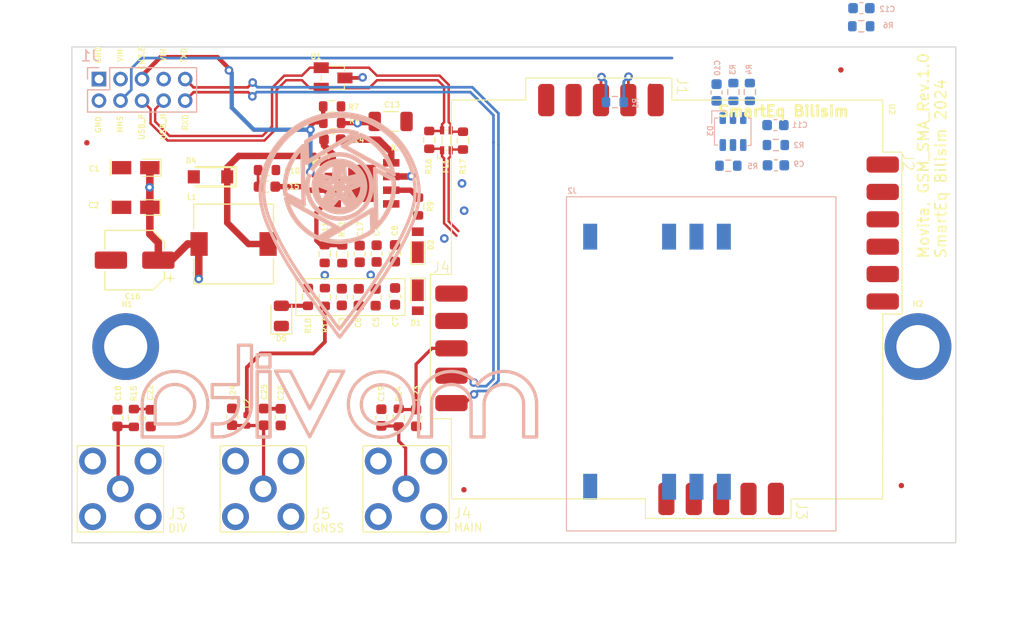
<source format=kicad_pcb>
(kicad_pcb (version 20240108) (generator "pcbnew") (generator_version "8.0")
  (layers (0 "F.Cu" signal) (1 "In1.Cu" signal) (2 "In2.Cu" signal) (31 "B.Cu" signal) (34 "B.Paste" user) (35 "F.Paste" user) (36 "B.SilkS" user "B.Silkscreen") (37 "F.SilkS" user "F.Silkscreen") (38 "B.Mask" user) (39 "F.Mask" user) (44 "Edge.Cuts" user))
  (net 0 "")
  (net 1 "GND")
  (net 2 "/GSM_Castelled/+3V8")
  (net 3 "/91228-3002/USIM_VDD")
  (net 4 "Net-(J2-CLK)")
  (net 5 "Net-(J2-RST)")
  (net 6 "Net-(J2-I{slash}O)")
  (net 7 "/GSM_Castelled/ANT_DIV")
  (net 8 "Net-(D4-K)")
  (net 9 "Net-(IC1-BST)")
  (net 10 "Net-(C15-Pad2)")
  (net 11 "Net-(IC1-COMP)")
  (net 12 "/GSM_Castelled/ANT_MAIN")
  (net 13 "/GSM_Castelled/ANT_GNSS")
  (net 14 "Net-(J3-Pin_1)")
  (net 15 "Net-(J4-Pin_1)")
  (net 16 "Net-(J5-Pin_1)")
  (net 17 "/GSM_Castelled/USB_P")
  (net 18 "/GSM_Castelled/USB_N")
  (net 19 "/91228-3002/MODEM_NET_STATUS")
  (net 20 "/91228-3002/TXD")
  (net 21 "/91228-3002/EN3V8")
  (net 22 "/91228-3002/USB_GSM_P")
  (net 23 "/91228-3002/RXD")
  (net 24 "/91228-3002/USB_GSM_N")
  (net 25 "/91228-3002/VIN")
  (net 26 "Net-(L2-Pad1)")
  (net 27 "Net-(U2-CTS)")
  (net 28 "Net-(U2-RTS)")
  (net 29 "/91228-3002/USIM_RST")
  (net 30 "/91228-3002/USIM_CLK")
  (net 31 "/91228-3002/VDD_EXT_1V8")
  (net 32 "/91228-3002/USIM_PRESENCE")
  (net 33 "/91228-3002/USIM_DATA")
  (net 34 "Net-(IC1-FREQ)")
  (net 35 "Net-(IC1-FB)")
  (net 37 "Net-(D5-A)")
  (footprint "Capacitor_SMD:C_0603_1608Metric" (layer "F.Cu") (at 103.32 98.915 -90)
    (property "Reference" "C5")
    (property "Value" "10pF" (hide yes))
  )
  (footprint "Capacitor_SMD:C_0603_1608Metric" (layer "F.Cu") (at 90 110.005 -90)
    (property "Reference" "C24")
    (property "Value" "DNP" (hide yes))
  )
  (footprint "Fiducial:Fiducial_0.5mm_Mask1.5mm" (layer "F.Cu") (at 152.09 116.38)
    (property "Reference" "FID4" (hide yes))
    (property "Value" "Fiducial")
  )
  (footprint "Capacitor_SMD:C_0603_1608Metric" (layer "F.Cu") (at 99.3 84.27 180)
    (property "Reference" "C14")
    (property "Value" "100nF" (hide yes))
  )
  (footprint "Capacitor_SMD:C_0603_1608Metric" (layer "F.Cu") (at 101.75 98.9 -90)
    (property "Reference" "C6")
    (property "Value" "10pF" (hide yes))
  )
  (footprint "Library:TPET05US3" (layer "F.Cu") (at 98.27 77.615 -90)
    (property "Reference" "U1")
    (property "Value" "TPET05US3" (hide yes))
  )
  (footprint "Capacitor_SMD:C_0603_1608Metric" (layer "F.Cu") (at 93.23 88.65 180)
    (property "Reference" "C15")
    (property "Value" "220pF" (hide yes))
  )
  (footprint "Resistor_SMD:R_0603_1608Metric" (layer "F.Cu") (at 99.29 82.74 180)
    (property "Reference" "R8")
    (property "Value" "100K" (hide yes))
  )
  (footprint "Inductor_SMD:L_7.3x7.3_H3.5" (layer "F.Cu") (at 90.14 93.97 180)
    (property "Reference" "L1")
    (property "Value" "10uH" (hide yes))
  )
  (footprint "Resistor_SMD:R_0603_1608Metric" (layer "F.Cu") (at 105.46 110.08 90)
    (property "Reference" "R14")
    (property "Value" "0R")
  )
  (footprint "Library:SS4FA" (layer "F.Cu") (at 87.79 85.09 180)
    (property "Reference" "D4")
    (property "Value" "SS34FA" (hide yes))
  )
  (footprint "Library:TDZVTR5.1" (layer "F.Cu") (at 107.23 97.26 180)
    (property "Reference" "D1")
    (property "Value" "TDZVTR5.1" (hide yes))
  )
  (footprint "Capacitor_SMD:C_0603_1608Metric" (layer "F.Cu") (at 103.85 110.07 -90)
    (property "Reference" "C19")
    (property "Value" "DNP" (hide yes))
  )
  (footprint "Fiducial:Fiducial_0.5mm_Mask1.5mm" (layer "F.Cu") (at 76.53 84.58)
    (property "Reference" "FID1" (hide yes))
    (property "Value" "Fiducial")
  )
  (footprint "Library:ACM2012-900-2P-T002" (layer "F.Cu") (at 109.479618 83.42652 90)
    (property "Reference" "FL1")
    (property "Value" "ACM2012-900-2P-T002" (hide yes))
  )
  (footprint "Resistor_SMD:R_0603_1608Metric" (layer "F.Cu") (at 80.89 110.11 90)
    (property "Reference" "R15")
    (property "Value" "0R")
  )
  (footprint "Capacitor_SMD:C_0603_1608Metric" (layer "F.Cu") (at 105.11 94.83 90)
    (property "Reference" "C8")
    (property "Value" "0.1uF" (hide yes))
  )
  (footprint "Fiducial:Fiducial_0.5mm_Mask1.5mm" (layer "F.Cu") (at 146.48 77.82)
    (property "Reference" "FID2" (hide yes))
    (property "Value" "Fiducial")
  )
  (footprint "footprint:Screw_Terminal_1x1" (layer "F.Cu") (at 80.13 103.49)
    (property "Reference" "H1")
    (property "Value" "DNP" (hide yes))
  )
  (footprint "Library:PCB.SMAFRA.HT" (layer "F.Cu") (at 106.14 116.69)
    (property "Reference" "J4")
    (property "Value" "PCB.SMAFRA.HT" (hide yes))
  )
  (footprint "Capacitor_SMD:C_0603_1608Metric" (layer "F.Cu") (at 94.51 110.03 -90)
    (property "Reference" "C26")
    (property "Value" "DNP" (hide yes))
  )
  (footprint "Library:TDZVTR5.1" (layer "F.Cu") (at 107.23 95.73)
    (property "Reference" "D2")
    (property "Value" "TDZVTR5.1" (hide yes))
  )
  (footprint "Fiducial:Fiducial_0.5mm_Mask1.5mm" (layer "F.Cu") (at 111.51 116.77)
    (property "Reference" "FID3" (hide yes))
    (property "Value" "Fiducial")
  )
  (footprint "Capacitor_SMD:C_0603_1608Metric" (layer "F.Cu") (at 103.41 94.86 90)
    (property "Reference" "C4")
    (property "Value" "33pF" (hide yes))
  )
  (footprint "Capacitor_SMD:C_0603_1608Metric" (layer "F.Cu") (at 79.36 110.12 -90)
    (property "Reference" "C18")
    (property "Value" "DNP" (hide yes))
  )
  (footprint "Capacitor_SMD:C_1206_3216Metric" (layer "F.Cu") (at 104.71 82.6)
    (property "Reference" "C13")
    (property "Value" "10uF" (hide yes))
  )
  (footprint "Capacitor_SMD:C_0603_1608Metric" (layer "F.Cu") (at 92.94 110.01 90)
    (property "Reference" "C25")
    (property "Value" "100pF" (hide yes))
  )
  (footprint "KiCad:T490A" (layer "F.Cu") (at 81.06 90.57 180)
    (property "Reference" "C2")
    (property "Value" "T490A107M006ATE500" (hide yes))
  )
  (footprint "Capacitor_SMD:C_0603_1608Metric" (layer "F.Cu") (at 105.12 98.825 -90)
    (property "Reference" "C7")
    (property "Value" "0.1uF" (hide yes))
  )
  (footprint "Resistor_SMD:R_0603_1608Metric" (layer "F.Cu") (at 98.59 94.9 -90)
    (property "Reference" "R11")
    (property "Value" "40.2K" (hide yes))
  )
  (footprint "Capacitor_SMD:CP_Elec_5x5.4" (layer "F.Cu") (at 80.96 95.47 180)
    (property "Reference" "C16")
    (property "Value" "100uF" (hide yes))
  )
  (footprint "footprint:Screw_Terminal_1x1" (layer "F.Cu") (at 153.63 103.49)
    (property "Reference" "H2")
    (property "Value" "DNP" (hide yes))
  )
  (footprint "Footprint Library:GSM_Castelled" (layer "F.Cu") (at 150.36 89.14)
    (property "Reference" "U2")
    (property "Value" "DNP" (hide yes))
  )
  (footprint "Capacitor_SMD:C_0603_1608Metric" (layer "F.Cu") (at 82.45 110.125 -90)
    (property "Reference" "C22")
    (property "Value" "DNP" (hide yes))
  )
  (footprint "Resistor_SMD:R_0603_1608Metric" (layer "F.Cu") (at 93.24 87.11)
    (property "Reference" "R10")
    (property "Value" "68.1K" (hide yes))
  )
  (footprint "Resistor_SMD:R_0603_1608Metric" (layer "F.Cu") (at 111.42 84.38 -90)
    (property "Reference" "R17")
    (property "Value" "DNP")
  )
  (footprint "Resistor_SMD:R_0603_1608Metric" (layer "F.Cu") (at 99.28 81.2)
    (property "Reference" "R7")
    (property "Value" "24.9K" (hide yes))
  )
  (footprint "Resistor_SMD:R_0603_1608Metric" (layer "F.Cu") (at 107.26 90.49 -90)
    (property "Reference" "R9")
    (property "Value" "200K" (hide yes))
  )
  (footprint "Library:PCB.SMAFRA.HT" (layer "F.Cu") (at 92.89 116.69)
    (property "Reference" "J5")
    (property "Value" "PCB.SMAFRA.HT" (hide yes))
  )
  (footprint "Capacitor_SMD:C_0603_1608Metric" (layer "F.Cu") (at 107.07 110.105 -90)
    (property "Reference" "C23")
    (property "Value" "DNP" (hide yes))
  )
  (footprint "Inductor_SMD:L_0402_1005Metric" (layer "F.Cu") (at 91.37 110.325 -90)
    (property "Reference" "L2")
    (property "Value" "47nH 5%" (hide yes))
  )
  (footprint "Library:MP1584EN-LF-Z" (layer "F.Cu") (at 101.877 93.545)
    (property "Reference" "IC1")
    (property "Value" "MP1584EN-LF-Z\n" (hide yes))
  )
  (footprint "LED_SMD:LED_0805_2012Metric" (layer "F.Cu") (at 94.57 100.64 90)
    (property "Reference" "D5")
    (property "Value" "RED LED")
  )
  (footprint "KiCad:T490A" (layer "F.Cu") (at 81.06 86.89 180)
    (property "Reference" "C1")
    (property "Value" "T490A107M006ATE500" (hide yes))
  )
  (footprint "Library:PCB.SMAFRA.HT" (layer "F.Cu") (at 79.64 116.69)
    (property "Reference" "J3")
    (property "Value" "PCB.SMAFRA.HT" (hide yes))
  )
  (footprint "Resistor_SMD:R_0603_1608Metric" (layer "F.Cu") (at 108.29 84.31 90)
    (property "Reference" "R16")
    (property "Value" "DNP")
  )
  (footprint "Resistor_SMD:R_0603_1608Metric" (layer "F.Cu") (at 97.04 98.88 90)
    (property "Reference" "R18")
    (property "Value" "1K")
  )
  (footprint "Resistor_SMD:R_0603_1608Metric" (layer "F.Cu") (at 98.61 98.89 -90)
    (property "Reference" "R13")
    (property "Value" "10R" (hide yes))
  )
  (footprint "Capacitor_SMD:C_0603_1608Metric" (layer "F.Cu") (at 100.18 98.89 -90)
    (property "Reference" "C3")
    (property "Value" "33pF" (hide yes))
  )
  (footprint "Resistor_SMD:R_0603_1608Metric" (layer "F.Cu") (at 100.22 94.92 -90)
    (property "Reference" "R12")
    (property "Value" "150K" (hide yes))
  )
  (footprint "Capacitor_SMD:C_0603_1608Metric" (layer "F.Cu") (at 101.84 94.89 90)
    (property "Reference" "C17")
    (property "Value" "0.1uF" (hide yes))
  )
  (footprint "Capacitor_SMD:C_0603_1608Metric" (layer "B.Cu") (at 148.385 72.09)
    (property "Reference" "C12")
    (property "Value" "33pF" (hide yes))
  )
  (footprint "Resistor_SMD:R_0603_1608Metric" (layer "B.Cu") (at 140.445 84.79 180)
    (property "Reference" "R2")
    (property "Value" "22R" (hide yes))
  )
  (footprint "Capacitor_SMD:C_0603_1608Metric" (layer "B.Cu") (at 134.945 79.915 90)
    (property "Reference" "C10")
    (property "Value" "33pF" (hide yes))
  )
  (footprint "Library:ESDA6V1-5SC6" (layer "B.Cu") (at 135.52 82.29)
    (property "Reference" "D3")
    (property "Value" "ESDA6V1-5SC6" (hide yes))
  )
  (footprint "Resistor_SMD:R_0603_1608Metric" (layer "B.Cu") (at 125.51 80.81)
    (property "Reference" "R1")
    (property "Value" "0R" (hide yes))
  )
  (footprint "Resistor_SMD:R_0603_1608Metric" (layer "B.Cu") (at 138.035 79.865 90)
    (property "Reference" "R4")
    (property "Value" "51K" (hide yes))
  )
  (footprint "Capacitor_SMD:C_0603_1608Metric" (layer "B.Cu") (at 140.41 82.94)
    (property "Reference" "C11")
    (property "Value" "33pF" (hide yes))
  )
  (footprint "Connector_PinHeader_2.00mm:PinHeader_2x05_P2.00mm_Vertical" (layer "B.Cu") (at 77.65 78.67 -90)
    (property "Reference" "J1")
    (property "Value" "FEMALE Through Hole Pin Header" (hide yes))
  )
  (footprint "Resistor_SMD:R_0603_1608Metric" (layer "B.Cu") (at 136.505 79.865 -90)
    (property "Reference" "R3")
    (property "Value" "22R" (hide yes))
  )
  (footprint "Resistor_SMD:R_0603_1608Metric" (layer "B.Cu") (at 136.04 86.71 180)
    (property "Reference" "R5")
    (property "Value" "15K" (hide yes))
  )
  (footprint "KiCad:912283002" (layer "B.Cu") (at 133.52 105.09 90)
    (property "Reference" "J2")
    (property "Value" "91228-3002" (hide yes))
  )
  (footprint "Capacitor_SMD:C_0603_1608Metric" (layer "B.Cu") (at 140.45 86.67)
    (property "Reference" "C9")
    (property "Value" "0.1uF" (hide yes))
  )
  (footprint "Resistor_SMD:R_0603_1608Metric" (layer "B.Cu") (at 148.365 73.77 180)
    (property "Reference" "R6")
    (property "Value" "22R" (hide yes))
  )
  (gr_line (start 98.389884 90.033026) (end 99.062721 88.956262) (stroke (width 0.3075)) (layer "B.SilkS"))
  (gr_curve (pts (xy 94.998405 89.302241) (xy 95.170254 89.39338) (xy 96.158196 89.91733) (xy 96.576908 90.139392)) (stroke (width 0.3075)) (layer "B.SilkS"))
  (gr_arc (start 100.800161 90.559796) (mid 99.984014 90.716579) (end 99.167866 90.5598) (stroke (width 0.3075)) (layer "B.SilkS"))
  (gr_line (start 92.327815 104.246026) (end 93.519172 104.246026) (stroke (width 0.3075)) (layer "B.SilkS"))
  (gr_line (start 99.423609 89.241404) (end 99.575636 89.351857) (stroke (width 0.3075)) (layer "B.SilkS"))
  (gr_curve (pts (xy 96.595254 84.834843) (xy 96.169982 85.216819) (xy 95.80007 85.671821) (xy 95.50808 86.196646)) (stroke (width 0.3075)) (layer "B.SilkS"))
  (gr_line (start 92.327815 105.79394) (end 93.519172 105.79394) (stroke (width 0.3075)) (layer "B.SilkS"))
  (gr_line (start 98.65841 90.39924) (end 99.437215 89.327307) (stroke (width 0.3075)) (layer "B.SilkS"))
  (gr_circle (center 99.944881 88.019873) (end 99.834181 88.019873) (stroke (width 0.3075)) (fill none) (layer "B.SilkS"))
  (gr_line (start 101.23143 90.417579) (end 100.452625 89.345646) (stroke (width 0.3075)) (layer "B.SilkS"))
  (gr_line (start 100.020304 92.552702) (end 103.017916 90.735811) (stroke (width 0.3075)) (layer "B.SilkS"))
  (gr_line (start 100.427329 86.602564) (end 100.515898 87.869168) (stroke (width 0.3075)) (layer "B.SilkS"))
  (gr_curve (pts (xy 86.391653 108.115295) (xy 86.486356 108.336499) (xy 86.533708 108.573516) (xy 86.533708 108.825916)) (stroke (width 0.3075)) (layer "B.SilkS"))
  (gr_curve (pts (xy 106.263164 86.154461) (xy 106.919386 87.540554) (xy 107.175223 88.995053) (xy 106.798214 90.518131)) (stroke (width 0.3075)) (layer "B.SilkS"))
  (gr_curve (pts (xy 103.116633 107.167915) (xy 103.34222 107.072954) (xy 103.581643 107.025602) (xy 103.834387 107.025602)) (stroke (width 0.3075)) (layer "B.SilkS"))
  (gr_line (start 97.841259 87.868991) (end 99.218372 88.316442) (stroke (width 0.3075)) (layer "B.SilkS"))
  (gr_line (start 96.595254 84.834843) (end 96.617908 86.831918) (stroke (width 0.3075)) (layer "B.SilkS"))
  (gr_line (start 98.724533 90.5233) (end 98.572507 90.412846) (stroke (width 0.3075)) (layer "B.SilkS"))
  (gr_curve (pts (xy 106.866363 108.853158) (xy 106.866363 108.42914) (xy 106.787472 108.033998) (xy 106.629346 107.668762)) (stroke (width 0.3075)) (layer "B.SilkS"))
  (gr_circle (center 100.331177 89.129861) (end 100.251227 89.129861) (stroke (width 0.3075)) (fill none) (layer "B.SilkS"))
  (gr_curve (pts (xy 99.001754 105.766784) (xy 98.875511 106.010504) (xy 98.731135 106.288083) (xy 98.568713 106.599264)) (stroke (width 0.3075)) (layer "B.SilkS"))
  (gr_line (start 102.045966 88.430268) (end 100.868723 88.905905) (stroke (width 0.3075)) (layer "B.SilkS"))
  (gr_line (start 97.880745 87.946485) (end 99.140878 88.355927) (stroke (width 0.3075)) (layer "B.SilkS"))
  (gr_curve (pts (xy 104.916791 87.998729) (xy 104.744942 87.907589) (xy 103.757001 87.383639) (xy 103.338289 87.161577)) (stroke (width 0.3075)) (layer "B.SilkS"))
  (gr_curve (pts (xy 85.870353 111.634711) (xy 86.240574 111.476929) (xy 86.565591 111.258045) (xy 86.84489 110.978403)) (stroke (width 0.3075)) (layer "B.SilkS"))
  (gr_line (start 99.437215 89.327307) (end 99.489733 89.365463) (stroke (width 0.3075)) (layer "B.SilkS"))
  (gr_line (start 100.403424 88.023975) (end 100.294142 86.461171) (stroke (width 0.3075)) (layer "B.SilkS"))
  (gr_line (start 101.217825 90.503483) (end 100.366722 89.332041) (stroke (width 0.3075)) (layer "B.SilkS"))
  (gr_curve (pts (xy 110.345216 106.99879) (xy 110.597959 106.99879) (xy 110.834976 107.046055) (xy 111.055836 107.140759)) (stroke (width 0.3075)) (layer "B.SilkS"))
  (gr_curve (pts (xy 82.86519 108.825916) (xy 82.86519 108.573516) (xy 82.912886 108.336499) (xy 83.007504 108.115295)) (stroke (width 0.3075)) (layer "B.SilkS"))
  (gr_curve (pts (xy 106.048399 93.523423) (xy 104.863345 95.868174) (xy 103.401902 98.031283) (xy 101.858796 100.138808)) (stroke (width 0.3075)) (layer "B.SilkS"))
  (gr_curve (pts (xy 96.734454 108.345523) (xy 96.558539 108.007185) (xy 96.384944 107.671168) (xy 96.213412 107.337127)) (stroke (width 0.3075)) (layer "B.SilkS"))
  (gr_curve (pts (xy 101.339604 83.695665) (xy 100.883452 83.575443) (xy 100.405036 83.514288) (xy 99.91213 83.52212)) (stroke (width 0.3075)) (layer "B.SilkS"))
  (gr_curve (pts (xy 93.066967 87.826211) (xy 93.695087 84.861697) (xy 96.078833 82.565522) (xy 98.970129 82.175793)) (stroke (width 0.3075)) (layer "B.SilkS"))
  (gr_curve (pts (xy 96.487191 85.093123) (xy 96.155 85.428051) (xy 95.86283 85.811793) (xy 95.62316 86.242579)) (stroke (width 0.3075)) (layer "B.SilkS"))
  (gr_line (start 88.158107 111.871728) (end 88.158107 110.666878) (stroke (width 0.3075)) (layer "B.SilkS"))
  (gr_curve (pts (xy 101.961648 83.941732) (xy 101.796795 84.044988) (xy 100.84907 84.638595) (xy 100.447402 84.89018)) (stroke (width 0.3075)) (layer "B.SilkS"))
  (gr_curve (pts (xy 103.428005 92.207847) (xy 103.760197 91.872919) (xy 104.052366 91.489176) (xy 104.292037 91.058391)) (stroke (width 0.3075)) (layer "B.SilkS"))
  (gr_line (start 90.594619 108.21696) (end 88.158107 108.21696) (stroke (width 0.3075)) (layer "B.SilkS"))
  (gr_curve (pts (xy 103.834387 110.69412) (xy 103.581643 110.69412) (xy 103.34222 110.646768) (xy 103.116633 110.552065)) (stroke (width 0.3075)) (layer "B.SilkS"))
  (gr_line (start 99.846726 87.835421) (end 99.846726 86.387439) (stroke (width 0.3075)) (layer "B.SilkS"))
  (gr_line (start 100.218978 84.891861) (end 101.937737 83.815317) (stroke (width 0.3075)) (layer "B.SilkS"))
  (gr_curve (pts (xy 96.305836 97.571717) (xy 95.161658 95.918164) (xy 94.146877 94.17943) (xy 93.343246 92.319419)) (stroke (width 0.3075)) (layer "B.SilkS"))
  (gr_line (start 99.973141 86.448939) (end 99.973141 87.773921) (stroke (width 0.3075)) (layer "B.SilkS"))
  (gr_curve (pts (xy 104.551797 107.167915) (xy 104.777383 107.262619) (xy 104.973752 107.393503) (xy 105.140557 107.560394)) (stroke (width 0.3075)) (layer "B.SilkS"))
  (gr_line (start 99.218372 88.316442) (end 99.160303 88.49516) (stroke (width 0.3075)) (layer "B.SilkS"))
  (gr_curve (pts (xy 93.633641 92.070427) (xy 93.045482 90.709515) (xy 92.750371 89.319727) (xy 93.066967 87.826211)) (stroke (width 0.3075)) (layer "B.SilkS"))
  (gr_curve (pts (xy 85.41007 107.140759) (xy 85.636001 107.235377) (xy 85.832111 107.366346) (xy 85.998917 107.533152)) (stroke (width 0.3075)) (layer "B.SilkS"))
  (gr_line (start 99.62094 86.461171) (end 99.511658 88.023975) (stroke (width 0.3075)) (layer "B.SilkS"))
  (gr_curve (pts (xy 105.533036 109.570482) (xy 105.438332 109.796069) (xy 105.307449 109.992523) (xy 105.140557 110.159329)) (stroke (width 0.3075)) (layer "B.SilkS"))
  (gr_curve (pts (xy 118.250473 108.825916) (xy 118.250473 108.401984) (xy 118.171582 108.007185) (xy 118.013456 107.641605)) (stroke (width 0.3075)) (layer "B.SilkS"))
  (gr_curve (pts (xy 102.90516 90.934473) (xy 102.224151 91.347241) (xy 100.117096 92.624354) (xy 100.117096 92.624354)) (stroke (width 0.3075)) (layer "B.SilkS"))
  (gr_curve (pts (xy 103.304915 86.459773) (xy 103.304915 86.459773) (xy 104.415313 87.084177) (xy 104.862459 87.335618)) (stroke (width 0.3075)) (layer "B.SilkS"))
  (gr_curve (pts (xy 102.527872 107.560394) (xy 102.695022 107.393503) (xy 102.89139 107.262619) (xy 103.116633 107.167915)) (stroke (width 0.3075)) (layer "B.SilkS"))
  (gr_circle (center 99.957541 88.63768) (end 97.037107 88.63768) (stroke (width 0.3075)) (fill none) (layer "B.SilkS"))
  (gr_line (start 98.167202 87.562) (end 99.399184 87.869168) (stroke (width 0.3075)) (layer "B.SilkS"))
  (gr_line (start 100.686292 88.284377) (end 102.063404 87.836926) (stroke (width 0.3075)) (layer "B.SilkS"))
  (gr_arc (start 102.139282 88.259908) (mid 102.059865 89.292927) (end 101.516919 90.175343) (stroke (width 0.3075)) (layer "B.SilkS"))
  (gr_line (start 96.901509 86.495159) (end 96.828573 84.468398) (stroke (width 0.3075)) (layer "B.SilkS"))
  (gr_curve (pts (xy 116.510918 107.533152) (xy 116.678067 107.700387) (xy 116.809036 107.894349) (xy 116.903654 108.115295)) (stroke (width 0.3075)) (layer "B.SilkS"))
  (gr_curve (pts (xy 90.059827 110.132086) (xy 89.892936 110.299321) (xy 89.696568 110.430205) (xy 89.47098 110.524909)) (stroke (width 0.3075)) (layer "B.SilkS"))
  (gr_curve (pts (xy 84.692746 105.79394) (xy 84.268729 105.79394) (xy 83.873586 105.872831) (xy 83.50835 106.030613)) (stroke (width 0.3075)) (layer "B.SilkS"))
  (gr_line (start 100.800161 90.559796) (end 99.984015 89.587152) (stroke (width 0.3075)) (layer "B.SilkS"))
  (gr_curve (pts (xy 105.733787 93.217097) (xy 104.605164 95.450194) (xy 103.213313 97.510298) (xy 101.743689 99.517464)) (stroke (width 0.3075)) (layer "B.SilkS"))
  (gr_circle (center 99.957541 88.63768) (end 99.739012 88.63768) (stroke (width 0.3075)) (fill none) (layer "B.SilkS"))
  (gr_circle (center 99.944881 88.019873) (end 99.864931 88.019873) (stroke (width 0.3075)) (fill none) (layer "B.SilkS"))
  (gr_line (start 99.001754 105.766784) (end 100.35562 105.766784) (stroke (width 0.3075)) (layer "B.SilkS"))
  (gr_line (start 100.686737 88.846774) (end 102.139282 88.259908) (stroke (width 0.3075)) (layer "B.SilkS"))
  (gr_curve (pts (xy 84.692746 106.99879) (xy 84.94549 106.99879) (xy 85.184827 107.046055) (xy 85.41007 107.140759)) (stroke (width 0.3075)) (layer "B.SilkS"))
  (gr_arc (start 97.991573 87.644975) (mid 98.66303 86.855944) (end 99.62094 86.461171) (stroke (width 0.3075)) (layer "B.SilkS"))
  (gr_curve (pts (xy 85.998917 110.132086) (xy 85.832111 110.299321) (xy 85.636001 110.430205) (xy 85.41007 110.524909)) (stroke (width 0.3075)) (layer "B.SilkS"))
  (gr_curve (pts (xy 84.692746 111.871728) (xy 85.107998 111.871728) (xy 85.500391 111.792837) (xy 85.870353 111.634711)) (stroke (width 0.3075)) (layer "B.SilkS"))
  (gr_line (start 113.377535 108.825916) (end 113.377535 111.871728) (stroke (width 0.3075)) (layer "B.SilkS"))
  (gr_curve (pts (xy 109.160819 106.030613) (xy 108.795325 106.188739) (xy 108.472714 106.405216) (xy 108.193072 106.680476)) (stroke (width 0.3075)) (layer "B.SilkS"))
  (gr_line (start 82.86519 110.666878) (end 84.692746 110.666878) (stroke (width 0.3075)) (layer "B.SilkS"))
  (gr_curve (pts (xy 90.594619 108.825916) (xy 90.594619 109.078745) (xy 90.547267 109.318082) (xy 90.452563 109.543326)) (stroke (width 0.3075)) (layer "B.SilkS"))
  (gr_arc (start 100.427329 86.602564) (mid 101.17976 86.955445) (end 101.747885 87.561999) (stroke (width 0.3075)) (layer "B.SilkS"))
  (gr_curve (pts (xy 109.038959 107.533152) (xy 109.206194 107.366346) (xy 109.402219 107.235377) (xy 109.627806 107.140759)) (stroke (width 0.3075)) (layer "B.SilkS"))
  (gr_line (start 93.519172 105.79394) (end 93.519172 111.871728) (stroke (width 0.3075)) (layer "B.SilkS"))
  (gr_curve (pts (xy 99.965461 101.868639) (xy 99.89336 101.782702) (xy 99.852367 101.739733) (xy 99.817476 101.692381)) (stroke (width 0.3075)) (layer "B.SilkS"))
  (gr_line (start 99.908226 87.773921) (end 99.908226 86.448939) (stroke (width 0.3075)) (layer "B.SilkS"))
  (gr_line (start 97.792163 88.310264) (end 99.244707 88.897131) (stroke (width 0.3075)) (layer "B.SilkS"))
  (gr_line (start 102.121474 88.015644) (end 100.744361 88.463095) (stroke (width 0.3075)) (layer "B.SilkS"))
  (gr_curve (pts (xy 100.788661 108.853158) (xy 100.788661 109.26841) (xy 100.867552 109.660803) (xy 101.025248 110.030765)) (stroke (width 0.3075)) (layer "B.SilkS"))
  (gr_line (start 101.617312 83.660111) (end 99.899121 84.678267) (stroke (width 0.3075)) (layer "B.SilkS"))
  (gr_line (start 90.594619 108.825916) (end 90.594619 108.21696) (stroke (width 0.3075)) (layer "B.SilkS"))
  (gr_curve (pts (xy 90.9058 110.978403) (xy 91.1857 110.698761) (xy 91.404584 110.37383) (xy 91.562366 110.003523)) (stroke (width 0.3075)) (layer "B.SilkS"))
  (gr_circle (center 99.957541 88.63768) (end 97.521243 88.63768) (stroke (width 0.3075)) (fill none) (layer "B.SilkS"))
  (gr_curve (pts (xy 85.998917 107.533152) (xy 86.166066 107.700387) (xy 86.296692 107.894349) (xy 86.391653 108.115295)) (stroke (width 0.3075)) (layer "B.SilkS"))
  (gr_curve (pts (xy 85.41007 110.524909) (xy 85.184827 110.619526) (xy 84.94549 110.666878) (xy 84.692746 110.666878)) (stroke (width 0.3075)) (layer "B.SilkS"))
  (gr_curve (pts (xy 104.396335 85.935921) (xy 103.798121 84.936892) (xy 102.914593 84.199717) (xy 101.937737 83.815317)) (stroke (width 0.3075)) (layer "B.SilkS"))
  (gr_curve (pts (xy 104.299016 86.012616) (xy 103.72565 85.055085) (xy 102.89018 84.338104) (xy 101.961648 83.941732)) (stroke (width 0.3075)) (layer "B.SilkS"))
  (gr_line (start 82.86519 108.825916) (end 82.86519 110.666878) (stroke (width 0.3075)) (layer "B.SilkS"))
  (gr_curve (pts (xy 98.970129 82.175793) (xy 102.02462 81.764236) (xy 104.929408 83.337932) (xy 106.263164 86.154461)) (stroke (width 0.3075)) (layer "B.SilkS"))
  (gr_curve (pts (xy 81.897358 107.641605) (xy 81.739576 108.007185) (xy 81.660685 108.401984) (xy 81.660685 108.825916)) (stroke (width 0.3075)) (layer "B.SilkS"))
  (gr_arc (start 100.294142 86.461171) (mid 101.252071 86.855916) (end 101.923509 87.644975) (stroke (width 0.3075)) (layer "B.SilkS"))
  (gr_line (start 100.034641 86.387439) (end 100.034641 87.835421) (stroke (width 0.3075)) (layer "B.SilkS"))
  (gr_line (start 100.515898 87.869168) (end 101.747885 87.561999) (stroke (width 0.3075)) (layer "B.SilkS"))
  (gr_curve (pts (xy 83.399982 107.533152) (xy 83.567131 107.366346) (xy 83.761179 107.235377) (xy 83.98204 107.140759)) (stroke (width 0.3075)) (layer "B.SilkS"))
  (gr_curve (pts (xy 83.50835 106.030613) (xy 83.142856 106.188739) (xy 82.822565 106.405216) (xy 82.547306 106.680476)) (stroke (width 0.3075)) (layer "B.SilkS"))
  (gr_curve (pts (xy 102.649732 106.057769) (xy 102.284152 106.215895) (xy 101.961885 106.432459) (xy 101.6819 106.707718)) (stroke (width 0.3075)) (layer "B.SilkS"))
  (gr_line (start 99.244707 88.897131) (end 98.414525 90.2257) (stroke (width 0.3075)) (layer "B.SilkS"))
  (gr_curve (pts (xy 95.50808 86.196646) (xy 94.942003 87.214229) (xy 94.745354 88.347974) (xy 94.900882 89.386156)) (stroke (width 0.3075)) (layer "B.SilkS"))
  (gr_curve (pts (xy 104.551797 110.552065) (xy 104.326209 110.646768) (xy 104.086872 110.69412) (xy 103.834387 110.69412)) (stroke (width 0.3075)) (layer "B.SilkS"))
  (gr_curve (pts (xy 109.627806 107.140759) (xy 109.853393 107.046055) (xy 110.09273 106.99879) (xy 110.345216 106.99879)) (stroke (width 0.3075)) (layer "B.SilkS"))
  (gr_curve (pts (xy 104.862459 87.335618) (xy 104.738498 86.880467) (xy 104.552252 86.43557) (xy 104.299016 86.012616)) (stroke (width 0.3075)) (layer "B.SilkS"))
  (gr_curve (pts (xy 99.894369 83.399492) (xy 98.730078 83.418046) (xy 97.649902 83.814616) (xy 96.828573 84.468398)) (stroke (width 0.3075)) (layer "B.SilkS"))
  (gr_curve (pts (xy 95.62316 86.242579) (xy 95.080596 87.217894) (xy 94.877408 88.299923) (xy 94.998405 89.302241)) (stroke (width 0.3075)) (layer "B.SilkS"))
  (gr_curve (pts (xy 90.452563 109.543326) (xy 90.357602 109.769256) (xy 90.226976 109.965281) (xy 90.059827 110.132086)) (stroke (width 0.3075)) (layer "B.SilkS"))
  (gr_curve (pts (xy 100.025056 93.831478) (xy 101.189347 93.812923) (xy 102.269523 93.416354) (xy 103.090852 92.762571)) (stroke (width 0.3075)) (layer "B.SilkS"))
  (gr_line (start 101.923509 87.644975) (end 100.403424 88.023975) (stroke (width 0.3075)) (layer "B.SilkS"))
  (gr_line (start 99.77614 92.403781) (end 98.057382 93.480325) (stroke (width 0.3075)) (layer "B.SilkS"))
  (gr_circle (center 99.957541 88.63768) (end 97.620541 88.63768) (stroke (width 0.3075)) (fill none) (layer "B.SilkS"))
  (gr_curve (pts (xy 96.576908 90.139392) (xy 96.559944 89.343237) (xy 96.507459 86.879917) (xy 96.507459 86.879917)) (stroke (width 0.3075)) (layer "B.SilkS"))
  (gr_curve (pts (xy 103.834387 105.820839) (xy 103.410025 105.820839) (xy 103.015312 105.899987) (xy 102.649732 106.057769)) (stroke (width 0.3075)) (layer "B.SilkS"))
  (gr_curve (pts (xy 102.649732 111.661867) (xy 103.015312 111.819993) (xy 103.410025 111.898884) (xy 103.834387 111.898884)) (stroke (width 0.3075)) (layer "B.SilkS"))
  (gr_curve (pts (xy 106.629346 107.668762) (xy 106.47165 107.303268) (xy 106.255086 106.982977) (xy 105.979827 106.707718)) (stroke (width 0.3075)) (layer "B.SilkS"))
  (gr_line (start 97.860685 88.008223) (end 97.880745 87.946485) (stroke (width 0.3075)) (layer "B.SilkS"))
  (gr_curve (pts (xy 106.629346 110.030765) (xy 106.787472 109.660803) (xy 106.866363 109.26841) (xy 106.866363 108.853158)) (stroke (width 0.3075)) (layer "B.SilkS"))
  (gr_curve (pts (xy 105.032103 87.558343) (xy 104.913939 86.999059) (xy 104.704852 86.451205) (xy 104.396335 85.935921)) (stroke (width 0.3075)) (layer "B.SilkS"))
  (gr_curve (pts (xy 99.991657 102.607542) (xy 99.91595 102.517307) (xy 99.872908 102.47219) (xy 99.836273 102.42247)) (stroke (width 0.3075)) (layer "B.SilkS"))
  (gr_curve (pts (xy 103.834387 111.898884) (xy 104.249295 111.898884) (xy 104.642031 111.819993) (xy 105.011994 111.661867)) (stroke (width 0.3075)) (layer "B.SilkS"))
  (gr_curve (pts (xy 98.033471 93.353909) (xy 98.198324 93.250654) (xy 99.146049 92.657046) (xy 99.547716 92.405462)) (stroke (width 0.3075)) (layer "B.SilkS"))
  (gr_line (start 112.172685 111.871728) (end 112.172685 108.825916) (stroke (width 0.3075)) (layer "B.SilkS"))
  (gr_circle (center 99.604645 89.144938) (end 99.493945 89.144938) (stroke (width 0.3075)) (fill none) (layer "B.SilkS"))
  (gr_curve (pts (xy 87.501455 107.641605) (xy 87.343673 107.276025) (xy 87.124789 106.955821) (xy 86.84489 106.680476)) (stroke (width 0.3075)) (layer "B.SilkS"))
  (gr_curve (pts (xy 105.140557 107.560394) (xy 105.307449 107.727543) (xy 105.438332 107.921591) (xy 105.533036 108.142451)) (stroke (width 0.3075)) (layer "B.SilkS"))
  (gr_line (start 99.399184 87.869168) (end 99.487754 86.602559) (stroke (width 0.3075)) (layer "B.SilkS"))
  (gr_line (start 105.032103 87.558343) (end 103.291259 86.579424) (stroke (width 0.3075)) (layer "B.SilkS"))
  (gr_curve (pts (xy 104.292037 91.058391) (xy 104.8346 90.083076) (xy 105.037789 89.001047) (xy 104.916791 87.998729)) (stroke (width 0.3075)) (layer "B.SilkS"))
  (gr_curve (pts (xy 100.117096 92.624354) (xy 100.117096 92.624354) (xy 99.021148 93.273785) (xy 98.579821 93.535304)) (stroke (width 0.3075)) (layer "B.SilkS"))
  (gr_line (start 117.045623 111.871728) (end 117.045623 108.825916) (stroke (width 0.3075)) (layer "B.SilkS"))
  (gr_line (start 99.984015 89.587152) (end 99.167866 90.5598) (stroke (width 0.3075)) (layer "B.SilkS"))
  (gr_line (start 99.140878 88.355927) (end 99.120818 88.417665) (stroke (width 0.3075)) (layer "B.SilkS"))
  (gr_curve (pts (xy 105.675349 108.853158) (xy 105.675349 109.105902) (xy 105.627997 109.344895) (xy 105.533036 109.570482)) (stroke (width 0.3075)) (layer "B.SilkS"))
  (gr_curve (pts (xy 89.47098 110.524909) (xy 89.245737 110.619526) (xy 89.0064 110.666878) (xy 88.753657 110.666878)) (stroke (width 0.3075)) (layer "B.SilkS"))
  (gr_line (start 103.291259 86.579424) (end 100.218978 84.891861) (stroke (width 0.3075)) (layer "B.SilkS"))
  (gr_curve (pts (xy 96.950008 84.510898) (xy 96.957003 84.705293) (xy 96.99722 85.822851) (xy 97.014264 86.296497)) (stroke (width 0.3075)) (layer "B.SilkS"))
  (gr_line (start 97.201354 111.858235) (end 94.034112 105.766784) (stroke (width 0.3075)) (layer "B.SilkS"))
  (gr_curve (pts (xy 105.140557 110.159329) (xy 104.973752 110.326478) (xy 104.777383 110.457103) (xy 104.551797 110.552065)) (stroke (width 0.3075)) (layer "B.SilkS"))
  (gr_curve (pts (xy 106.604245 86.107655) (xy 107.293278 87.563052) (xy 107.561907 89.090276) (xy 107.166047 90.689508)) (stroke (width 0.3075)) (layer "B.SilkS"))
  (gr_curve (pts (xy 99.836273 102.42247) (xy 98.656182 100.80817) (xy 97.443967 99.216337) (xy 96.305836 97.571717)) (stroke (width 0.3075)) (layer "B.SilkS"))
  (gr_line (start 94.034112 105.766784) (end 95.401041 105.766784) (stroke (width 0.3075)) (layer "B.SilkS"))
  (gr_line (start 103.222621 86.964597) (end 105.014314 87.914813) (stroke (width 0.3075)) (layer "B.SilkS"))
  (gr_line (start 88.158107 108.21696) (end 88.158107 107.012196) (stroke (width 0.3075)) (layer "B.SilkS"))
  (gr_line (start 93.519172 104.246026) (end 93.519172 105.394071) (stroke (width 0.3075)) (layer "B.SilkS"))
  (gr_line (start 96.692576 90.336373) (end 94.900882 89.386156) (stroke (width 0.3075)) (layer "B.SilkS"))
  (gr_curve (pts (xy 101.6819 111.005301) (xy 101.961885 111.285201) (xy 102.284152 111.504085) (xy 102.649732 111.661867)) (stroke (width 0.3075)) (layer "B.SilkS"))
  (gr_curve (pts (xy 105.979827 106.707718) (xy 105.704568 106.432459) (xy 105.381957 106.215895) (xy 105.011994 106.057769)) (stroke (width 0.3075)) (layer "B.SilkS"))
  (gr_curve (pts (xy 95.13266 89.960024) (xy 95.256621 90.415174) (xy 95.442867 90.860072) (xy 95.696103 91.283025)) (stroke (width 0.3075)) (layer "B.SilkS"))
  (gr_curve (pts (xy 97.014264 86.296497) (xy 97.695273 85.883729) (xy 99.802329 84.606615) (xy 99.802329 84.606615)) (stroke (width 0.3075)) (layer "B.SilkS"))
  (gr_circle (center 99.957541 88.63768) (end 99.773041 88.63768) (stroke (width 0.3075)) (fill none) (layer "B.SilkS"))
  (gr_line (start 100.366722 89.332041) (end 100.518749 89.221587) (stroke (width 0.3075)) (layer "B.SilkS"))
  (gr_curve (pts (xy 118.013456 107.641605) (xy 117.855674 107.276025) (xy 117.639197 106.955821) (xy 117.363937 106.680476)) (stroke (width 0.3075)) (layer "B.SilkS"))
  (gr_line (start 97.78319 88.047709) (end 97.841259 87.868991) (stroke (width 0.3075)) (layer "B.SilkS"))
  (gr_curve (pts (xy 103.338289 87.161577) (xy 103.355252 87.957733) (xy 103.407737 90.421053) (xy 103.407737 90.421053)) (stroke (width 0.3075)) (layer "B.SilkS"))
  (gr_line (start 99.908226 86.448939) (end 99.973141 86.448939) (stroke (width 0.3075)) (layer "B.SilkS"))
  (gr_line (start 118.250473 108.825916) (end 118.250473 111.871728) (stroke (width 0.3075)) (layer "B.SilkS"))
  (gr_line (start 102.043979 87.976159) (end 100.783846 88.385601) (stroke (width 0.3075)) (layer "B.SilkS"))
  (gr_curve (pts (xy 83.007504 108.115295) (xy 83.102207 107.894349) (xy 83.233091 107.700387) (xy 83.399982 107.533152)) (stroke (width 0.3075)) (layer "B.SilkS"))
  (gr_arc (start 100.991019 90.595901) (mid 99.984015 90.839602) (end 98.977011 90.595901) (stroke (width 0.3075)) (layer "B.SilkS"))
  (gr_line (start 98.302113 93.570858) (end 100.020304 92.552702) (stroke (width 0.3075)) (layer "B.SilkS"))
  (gr_curve (pts (xy 86.84489 110.978403) (xy 87.124789 110.698761) (xy 87.343673 110.37383) (xy 87.501455 110.003523)) (stroke (width 0.3075)) (layer "B.SilkS"))
  (gr_curve (pts (xy 101.617312 83.660111) (xy 101.073876 83.482803) (xy 100.494876 83.38995) (xy 99.894369 83.399492)) (stroke (width 0.3075)) (layer "B.SilkS"))
  (gr_curve (pts (xy 98.302113 93.570858) (xy 98.845549 93.748167) (xy 99.424548 93.841019) (xy 100.025056 93.831478)) (stroke (width 0.3075)) (layer "B.SilkS"))
  (gr_line (start 100.034641 87.835421) (end 99.846726 87.835421) (stroke (width 0.3075)) (layer "B.SilkS"))
  (gr_curve (pts (xy 99.817476 101.692381) (xy 98.69358 100.154952) (xy 97.53909 98.638921) (xy 96.455155 97.072616)) (stroke (width 0.3075)) (layer "B.SilkS"))
  (gr_line (start 101.369851 90.393029) (end 101.217825 90.503483) (stroke (width 0.3075)) (layer "B.SilkS"))
  (gr_curve (pts (xy 108.504253 108.825916) (xy 108.504253 108.573516) (xy 108.551605 108.336499) (xy 108.646567 108.115295)) (stroke (width 0.3075)) (layer "B.SilkS"))
  (gr_curve (pts (xy 113.911983 107.533152) (xy 114.079132 107.366346) (xy 114.2755 107.235377) (xy 114.500744 107.140759)) (stroke (width 0.3075)) (layer "B.SilkS"))
  (gr_line (start 90.594619 103.35717) (end 91.799382 103.35717) (stroke (width 0.3075)) (layer "B.SilkS"))
  (gr_curve (pts (xy 96.213412 107.337127) (xy 96.04188 107.003086) (xy 95.884098 106.693968) (xy 95.739464 106.409943)) (stroke (width 0.3075)) (layer "B.SilkS"))
  (gr_line (start 99.899121 84.678267) (end 96.901509 86.495159) (stroke (width 0.3075)) (layer "B.SilkS"))
  (gr_line (start 101.283948 90.379423) (end 101.23143 90.417579) (stroke (width 0.3075)) (layer "B.SilkS"))
  (gr_circle (center 100.541373 88.435304) (end 100.461423 88.435304) (stroke (width 0.3075)) (fill none) (layer "B.SilkS"))
  (gr_line (start 100.452625 89.345646) (end 100.505143 89.30749) (stroke (width 0.3075)) (layer "B.SilkS"))
  (gr_curve (pts (xy 115.218497 105.79394) (xy 114.712924 105.79394) (xy 114.250321 105.90437) (xy 113.830686 106.125575)) (stroke (width 0.3075)) (layer "B.SilkS"))
  (gr_curve (pts (xy 112.781642 107.025602) (xy 112.502 106.646616) (xy 112.150256 106.346864) (xy 111.725894 106.125575)) (stroke (width 0.3075)) (layer "B.SilkS"))
  (gr_circle (center 99.366059 88.458808) (end 99.286109 88.458808) (stroke (width 0.3075)) (fill none) (layer "B.SilkS"))
  (gr_curve (pts (xy 98.579821 93.535304) (xy 99.035973 93.655526) (xy 99.514388 93.716681) (xy 100.007295 93.708849)) (stroke (width 0.3075)) (layer "B.SilkS"))
  (gr_curve (pts (xy 98.081273 107.546902) (xy 97.919108 107.867192) (xy 97.759005 108.176397) (xy 97.60088 108.474172)) (stroke (width 0.3075)) (layer "B.SilkS"))
  (gr_curve (pts (xy 111.725894 106.125575) (xy 111.301962 105.90437) (xy 110.841679 105.79394) (xy 110.345216 105.79394)) (stroke (width 0.3075)) (layer "B.SilkS"))
  (gr_line (start 98.710928 90.437396) (end 98.65841 90.39924) (stroke (width 0.3075)) (layer "B.SilkS"))
  (gr_line (start 92.327815 111.871728) (end 92.327815 105.79394) (stroke (width 0.3075)) (layer "B.SilkS"))
  (gr_line (start 94.963015 89.737299) (end 96.70386 90.716218) (stroke (width 0.3075)) (layer "B.SilkS"))
  (gr_curve (pts (xy 115.218497 106.99879) (xy 115.471241 106.99879) (xy 115.707914 107.046055) (xy 115.929118 107.140759)) (stroke (width 0.3075)) (layer "B.SilkS"))
  (gr_line (start 92.327815 105.394071) (end 92.327815 104.246026) (stroke (width 0.3075)) (layer "B.SilkS"))
  (gr_curve (pts (xy 101.993425 108.853158) (xy 101.993425 108.600672) (xy 102.040776 108.363656) (xy 102.135394 108.142451)) (stroke (width 0.3075)) (layer "B.SilkS"))
  (gr_curve (pts (xy 100.447402 84.89018) (xy 101.145375 85.273566) (xy 103.304915 86.459773) (xy 103.304915 86.459773)) (stroke (width 0.3075)) (layer "B.SilkS"))
  (gr_curve (pts (xy 105.011994 106.057769) (xy 104.642031 105.899987) (xy 104.249295 105.820839) (xy 103.834387 105.820839)) (stroke (width 0.3075)) (layer "B.SilkS"))
  (gr_curve (pts (xy 82.547306 106.680476) (xy 82.272047 106.955821) (xy 82.055483 107.276025) (xy 81.897358 107.641605)) (stroke (width 0.3075)) (layer "B.SilkS"))
  (gr_line (start 88.158107 110.666878) (end 88.753657 110.666878) (stroke (width 0.3075)) (layer "B.SilkS"))
  (gr_curve (pts (xy 94.963015 89.737299) (xy 95.08118 90.296583) (xy 95.290267 90.844437) (xy 95.598784 91.359721)) (stroke (width 0.3075)) (layer "B.SilkS"))
  (gr_line (start 96.70386 90.716218) (end 99.77614 92.403781) (stroke (width 0.3075)) (layer "B.SilkS"))
  (gr_curve (pts (xy 111.055836 107.140759) (xy 111.27704 107.235377) (xy 111.471088 107.366346) (xy 111.63798 107.533152)) (stroke (width 0.3075)) (layer "B.SilkS"))
  (gr_line (start 99.120818 88.417665) (end 97.860685 88.008223) (stroke (width 0.3075)) (layer "B.SilkS"))
  (gr_curve (pts (xy 106.798214 90.518131) (xy 106.563603 91.465768) (xy 106.171125 92.352046) (xy 105.733787 93.217097)) (stroke (width 0.3075)) (layer "B.SilkS"))
  (gr_line (start 99.062721 88.956262) (end 97.885474 88.480623) (stroke (width 0.3075)) (layer "B.SilkS"))
  (gr_circle (center 99.604645 89.144938) (end 99.524695 89.144938) (stroke (width 0.3075)) (fill none) (layer "B.SilkS"))
  (gr_curve (pts (xy 86.533708 108.825916) (xy 86.533708 109.078745) (xy 86.486356 109.318082) (xy 86.391653 109.543326)) (stroke (width 0.3075)) (layer "B.SilkS"))
  (gr_line (start 98.977011 90.595901) (end 99.984015 89.3958) (stroke (width 0.3075)) (layer "B.SilkS"))
  (gr_curve (pts (xy 112.030372 108.115295) (xy 112.125419 108.336499) (xy 112.172685 108.573516) (xy 112.172685 108.825916)) (stroke (width 0.3075)) (layer "B.SilkS"))
  (gr_curve (pts (xy 96.507459 86.879917) (xy 96.507459 86.879917) (xy 96.49301 85.606083) (xy 96.487191 85.093123)) (stroke (width 0.3075)) (layer "B.SilkS"))
  (gr_curve (pts (xy 103.834387 107.025602) (xy 104.086872 107.025602) (xy 104.326209 107.072954) (xy 104.551797 107.167915)) (stroke (width 0.3075)) (layer "B.SilkS"))
  (gr_line (start 108.504253 108.825916) (end 108.504253 111.871728) (stroke (width 0.3075)) (layer "B.SilkS"))
  (gr_curve (pts (xy 101.025248 107.668762) (xy 100.867552 108.033998) (xy 100.788661 108.42914) (xy 100.788661 108.853158)) (stroke (width 0.3075)) (layer "B.SilkS"))
  (gr_curve (pts (xy 104.407116 91.104324) (xy 104.973193 90.086741) (xy 105.169842 88.952996) (xy 105.014314 87.914813)) (stroke (width 0.3075)) (layer "B.SilkS"))
  (gr_curve (pts (xy 99.91213 83.52212) (xy 98.7962 83.539904) (xy 97.757542 83.904952) (xy 96.950008 84.510898)) (stroke (width 0.3075)) (layer "B.SilkS"))
  (gr_curve (pts (xy 102.527872 110.159329) (xy 102.360981 109.992523) (xy 102.230098 109.796069) (xy 102.135394 109.570482)) (stroke (width 0.3075)) (layer "B.SilkS"))
  (gr_line (start 99.160303 88.49516) (end 97.78319 88.047709) (stroke (width 0.3075)) (layer "B.SilkS"))
  (gr_curve (pts (xy 101.025248 110.030765) (xy 101.183374 110.400986) (xy 101.402258 110.725659) (xy 101.6819 111.005301)) (stroke (width 0.3075)) (layer "B.SilkS"))
  (gr_curve (pts (xy 85.870353 106.030613) (xy 85.500391 105.872831) (xy 85.107998 105.79394) (xy 84.692746 105.79394)) (stroke (width 0.3075)) (layer "B.SilkS"))
  (gr_curve (pts (xy 93.343246 92.319419) (xy 92.725679 90.890461) (xy 92.415813 89.431183) (xy 92.748238 87.862992)) (stroke (width 0.3075)) (layer "B.SilkS"))
  (gr_curve (pts (xy 108.646567 108.115295) (xy 108.74127 107.894349) (xy 108.872154 107.700387) (xy 109.038959 107.533152)) (stroke (width 0.3075)) (layer "B.SilkS"))
  (gr_curve (pts (xy 86.84489 106.680476) (xy 86.565591 106.405216) (xy 86.240574 106.188739) (xy 85.870353 106.030613)) (stroke (width 0.3075)) (layer "B.SilkS"))
  (gr_line (start 93.519172 105.394071) (end 92.327815 105.394071) (stroke (width 0.3075)) (layer "B.SilkS"))
  (gr_curve (pts (xy 113.377535 108.825916) (xy 113.377535 108.573516) (xy 113.424887 108.336499) (xy 113.519505 108.115295)) (stroke (width 0.3075)) (layer "B.SilkS"))
  (gr_line (start 91.799382 103.35717) (end 91.799382 108.825916) (stroke (width 0.3075)) (layer "B.SilkS"))
  (gr_curve (pts (xy 108.193072 106.680476) (xy 107.91343 106.955821) (xy 107.694546 107.276025) (xy 107.536421 107.641605)) (stroke (width 0.3075)) (layer "B.SilkS"))
  (gr_curve (pts (xy 110.345216 105.79394) (xy 109.921198 105.79394) (xy 109.526055 105.872831) (xy 109.160819 106.030613)) (stroke (width 0.3075)) (layer "B.SilkS"))
  (gr_curve (pts (xy 111.63798 107.533152) (xy 111.805129 107.700387) (xy 111.935755 107.894349) (xy 112.030372 108.115295)) (stroke (width 0.3075)) (layer "B.SilkS"))
  (gr_curve (pts (xy 87.738472 108.825916) (xy 87.738472 108.401984) (xy 87.659581 108.007185) (xy 87.501455 107.641605)) (stroke (width 0.3075)) (layer "B.SilkS"))
  (gr_curve (pts (xy 116.903654 108.115295) (xy 116.998358 108.336499) (xy 117.045623 108.573516) (xy 117.045623 108.825916)) (stroke (width 0.3075)) (layer "B.SilkS"))
  (gr_line (start 99.511658 88.023975) (end 97.991573 87.644975) (stroke (width 0.3075)) (layer "B.SilkS"))
  (gr_arc (start 98.414525 90.2257) (mid 97.871593 89.343287) (end 97.792163 88.310264) (stroke (width 0.3075)) (layer "B.SilkS"))
  (gr_curve (pts (xy 99.547716 92.405462) (xy 98.849744 92.022075) (xy 96.690204 90.835868) (xy 96.690204 90.835868)) (stroke (width 0.3075)) (layer "B.SilkS"))
  (gr_curve (pts (xy 86.391653 109.543326) (xy 86.296692 109.769256) (xy 86.166066 109.965281) (xy 85.998917 110.132086)) (stroke (width 0.3075)) (layer "B.SilkS"))
  (gr_line (start 102.063404 87.836926) (end 102.121474 88.015644) (stroke (width 0.3075)) (layer "B.SilkS"))
  (gr_curve (pts (xy 83.98204 107.140759) (xy 84.203244 107.046055) (xy 84.440261 106.99879) (xy 84.692746 106.99879)) (stroke (width 0.3075)) (layer "B.SilkS"))
  (gr_curve (pts (xy 115.929118 107.140759) (xy 116.150322 107.235377) (xy 116.344026 107.366346) (xy 116.510918 107.533152)) (stroke (width 0.3075)) (layer "B.SilkS"))
  (gr_line (start 100.35562 105.766784) (end 97.201354 111.858235) (stroke (width 0.3075)) (layer "B.SilkS"))
  (gr_line (start 107.299404 111.871728) (end 107.299404 108.825916) (stroke (width 0.3075)) (layer "B.SilkS"))
  (gr_curve (pts (xy 116.396104 106.030613) (xy 116.026142 105.872831) (xy 115.633405 105.79394) (xy 115.218497 105.79394)) (stroke (width 0.3075)) (layer "B.SilkS"))
  (gr_circle (center 99.366059 88.458808) (end 99.255359 88.458808) (stroke (width 0.3075)) (fill none) (layer "B.SilkS"))
  (gr_line (start 108.504253 111.871728) (end 107.299404 111.871728) (stroke (width 0.3075)) (layer "B.SilkS"))
  (gr_line (start 100.763786 88.323863) (end 102.023919 87.914421) (stroke (width 0.3075)) (layer "B.SilkS"))
  (gr_curve (pts (xy 117.363937 106.680476) (xy 117.088592 106.405216) (xy 116.766067 106.188739) (xy 116.396104 106.030613)) (stroke (width 0.3075)) (layer "B.SilkS"))
  (gr_curve (pts (xy 105.979827 111.005301) (xy 106.255086 110.725659) (xy 106.47165 110.400986) (xy 106.629346 110.030765)) (stroke (width 0.3075)) (layer "B.SilkS"))
  (gr_line (start 98.572507 90.412846) (end 99.423609 89.241404) (stroke (width 0.3075)) (layer "B.SilkS"))
  (gr_curve (pts (xy 95.598784 91.359721) (xy 96.196998 92.358749) (xy 97.080525 93.095925) (xy 98.057382 93.480325)) (stroke (width 0.3075)) (layer "B.SilkS"))
  (gr_curve (pts (xy 97.60088 108.474172) (xy 97.443098 108.771861) (xy 97.309808 109.029073) (xy 97.201354 109.245551)) (stroke (width 0.3075)) (layer "B.SilkS"))
  (gr_line (start 100.783846 88.385601) (end 100.763786 88.323863) (stroke (width 0.3075)) (layer "B.SilkS"))
  (gr_line (start 88.158107 107.012196) (end 90.594619 107.012196) (stroke (width 0.3075)) (layer "B.SilkS"))
  (gr_line (start 113.377535 111.871728) (end 112.172685 111.871728) (stroke (width 0.3075)) (layer "B.SilkS"))
  (gr_curve (pts (xy 105.011994 111.661867) (xy 105.381957 111.504085) (xy 105.704568 111.285201) (xy 105.979827 111.005301)) (stroke (width 0.3075)) (layer "B.SilkS"))
  (gr_line (start 93.519172 111.871728) (end 92.327815 111.871728) (stroke (width 0.3075)) (layer "B.SilkS"))
  (gr_curve (pts (xy 95.739464 106.409943) (xy 95.595432 106.125575) (xy 95.482252 105.911073) (xy 95.401041 105.766784)) (stroke (width 0.3075)) (layer "B.SilkS"))
  (gr_line (start 93.519172 105.79394) (end 93.519172 111.871728) (stroke (width 0.3075)) (layer "B.SilkS"))
  (gr_curve (pts (xy 107.166047 90.689508) (xy 106.919706 91.684527) (xy 106.507604 92.615119) (xy 106.048399 93.523423)) (stroke (width 0.3075)) (layer "B.SilkS"))
  (gr_curve (pts (xy 92.748238 87.862992) (xy 93.407764 84.750252) (xy 95.910697 82.339268) (xy 98.946558 81.930053)) (stroke (width 0.3075)) (layer "B.SilkS"))
  (gr_curve (pts (xy 103.407737 90.421053) (xy 103.407737 90.421053) (xy 103.422187 91.694887) (xy 103.428005 92.207847)) (stroke (width 0.3075)) (layer "B.SilkS"))
  (gr_arc (start 98.167202 87.562) (mid 98.735308 86.955418) (end 99.487754 86.602559) (stroke (width 0.3075)) (layer "B.SilkS"))
  (gr_curve (pts (xy 107.536421 107.641605) (xy 107.378639 108.007185) (xy 107.299404 108.401984) (xy 107.299404 108.825916)) (stroke (width 0.3075)) (layer "B.SilkS"))
  (gr_curve (pts (xy 99.802329 84.606615) (xy 99.802329 84.606615) (xy 100.898277 83.957184) (xy 101.339604 83.695665)) (stroke (width 0.3075)) (layer "B.SilkS"))
  (gr_curve (pts (xy 101.6819 106.707718) (xy 101.402258 106.982977) (xy 101.183374 107.303268) (xy 101.025248 107.668762)) (stroke (width 0.3075)) (layer "B.SilkS"))
  (gr_line (start 81.660685 111.871728) (end 81.660685 108.825916) (stroke (width 0.3075)) (layer "B.SilkS"))
  (gr_circle (center 100.541373 88.435304) (end 100.430673 88.435304) (stroke (width 0.3075)) (fill none) (layer "B.SilkS"))
  (gr_line (start 90.594619 107.012196) (end 90.594619 103.35717) (stroke (width 0.3075)) (layer "B.SilkS"))
  (gr_curve (pts (xy 101.858796 100.138808) (xy 101.254945 100.962922) (xy 100.627181 101.768629) (xy 99.991657 102.607542)) (stroke (width 0.3075)) (layer "B.SilkS"))
  (gr_circle (center 99.957541 88.63768) (end 96.918869 88.63768) (stroke (width 0.3075)) (fill none) (layer "B.SilkS"))
  (gr_circle (center 100.331177 89.129861) (end 100.220477 89.129861) (stroke (width 0.3075)) (fill none) (layer "B.SilkS"))
  (gr_line (start 102.023919 87.914421) (end 102.043979 87.976159) (stroke (width 0.3075)) (layer "B.SilkS"))
  (gr_line (start 118.250473 111.871728) (end 117.045623 111.871728) (stroke (width 0.3075)) (layer "B.SilkS"))
  (gr_curve (pts (xy 113.830686 106.125575) (xy 113.411137 106.346864) (xy 113.061627 106.646616) (xy 112.781642 107.025602)) (stroke (width 0.3075)) (layer "B.SilkS"))
  (gr_curve (pts (xy 102.135394 109.570482) (xy 102.040776 109.344895) (xy 101.993425 109.105902) (xy 101.993425 108.853158)) (stroke (width 0.3075)) (layer "B.SilkS"))
  (gr_curve (pts (xy 105.533036 108.142451) (xy 105.627997 108.363656) (xy 105.675349 108.600672) (xy 105.675349 108.853158)) (stroke (width 0.3075)) (layer "B.SilkS"))
  (gr_line (start 99.984015 89.3958) (end 100.991019 90.595901) (stroke (width 0.3075)) (layer "B.SilkS"))
  (gr_line (start 100.505143 89.30749) (end 101.283948 90.379423) (stroke (width 0.3075)) (layer "B.SilkS"))
  (gr_curve (pts (xy 89.931264 111.634711) (xy 90.301485 111.476929) (xy 90.626158 111.258045) (xy 90.9058 110.978403)) (stroke (width 0.3075)) (layer "B.SilkS"))
  (gr_curve (pts (xy 102.969417 92.720071) (xy 102.962422 92.525676) (xy 102.922205 91.408119) (xy 102.90516 90.934473)) (stroke (width 0.3075)) (layer "B.SilkS"))
  (gr_curve (pts (xy 101.743689 99.517464) (xy 101.168592 100.302335) (xy 100.570722 101.069675) (xy 99.965461 101.868639)) (stroke (width 0.3075)) (layer "B.SilkS"))
  (gr_line (start 88.753657 111.871728) (end 88.158107 111.871728) (stroke (width 0.3075)) (layer "B.SilkS"))
  (gr_curve (pts (xy 91.562366 110.003523) (xy 91.720491 109.633646) (xy 91.799382 109.241168) (xy 91.799382 108.825916)) (stroke (width 0.3075)) (layer "B.SilkS"))
  (gr_curve (pts (xy 103.116633 110.552065) (xy 102.89139 110.457103) (xy 102.695022 110.326478) (xy 102.527872 110.159329)) (stroke (width 0.3075)) (layer "B.SilkS"))
  (gr_curve (pts (xy 103.319942 92.466127) (xy 103.745214 92.084151) (xy 104.115126 91.629149) (xy 104.407116 91.104324)) (stroke (width 0.3075)) (layer "B.SilkS"))
  (gr_line (start 99.846726 86.387439) (end 100.034641 86.387439) (stroke (width 0.3075)) (layer "B.SilkS"))
  (gr_curve (pts (xy 98.568713 106.599264) (xy 98.406204 106.910789) (xy 98.244039 107.226697) (xy 98.081273 107.546902)) (stroke (width 0.3075)) (layer "B.SilkS"))
  (gr_arc (start 102.045966 88.430268) (mid 101.942866 89.254914) (end 101.541563 89.982673) (stroke (width 0.3075)) (layer "B.SilkS"))
  (gr_curve (pts (xy 96.690204 90.835868) (xy 96.690204 90.835868) (xy 95.579806 90.211465) (xy 95.13266 89.960024)) (stroke (width 0.3075)) (layer "B.SilkS"))
  (gr_curve (pts (xy 114.500744 107.140759) (xy 114.726674 107.046055) (xy 114.965668 106.99879) (xy 115.218497 106.99879)) (stroke (width 0.3075)) (layer "B.SilkS"))
  (gr_curve (pts (xy 100.007295 93.708849) (xy 101.123225 93.691066) (xy 102.161883 93.326018) (xy 102.969417 92.720071)) (stroke (width 0.3075)) (layer "B.SilkS"))
  (gr_curve (pts (xy 88.753657 111.871728) (xy 89.168909 111.871728) (xy 89.561301 111.792837) (xy 89.931264 111.634711)) (stroke (width 0.3075)) (layer "B.SilkS"))
  (gr_curve (pts (xy 98.946558 81.930053) (xy 102.153774 81.497919) (xy 105.203801 83.150299) (xy 106.604245 86.107655)) (stroke (width 0.3075)) (layer "B.SilkS"))
  (gr_curve (pts (xy 95.696103 91.283025) (xy 96.269469 92.240557) (xy 97.104939 92.957537) (xy 98.033471 93.353909)) (stroke (width 0.3075)) (layer "B.SilkS"))
  (gr_arc (start 98.389884 90.033026) (mid 97.98852 89.30529) (end 97.885474 88.480623) (stroke (width 0.3075)) (layer "B.SilkS"))
  (gr_line (start 84.692746 111.871728) (end 81.660685 111.871728) (stroke (width 0.3075)) (layer "B.SilkS"))
  (gr_line (start 100.518749 89.221587) (end 101.369851 90.393029) (stroke (width 0.3075)) (layer "B.SilkS"))
  (gr_line (start 103.017916 90.735811) (end 103.090852 92.762571) (stroke (width 0.3075)) (layer "B.SilkS"))
  (gr_curve (pts (xy 96.455155 97.072616) (xy 95.365462 95.497804) (xy 94.399005 93.841866) (xy 93.633641 92.070427)) (stroke (width 0.3075)) (layer "B.SilkS"))
  (gr_line (start 99.489733 89.365463) (end 98.710928 90.437396) (stroke (width 0.3075)) (layer "B.SilkS"))
  (gr_line (start 101.516919 90.175343) (end 100.686737 88.846774) (stroke (width 0.3075)) (layer "B.SilkS"))
  (gr_line (start 99.575636 89.351857) (end 98.724533 90.5233) (stroke (width 0.3075)) (layer "B.SilkS"))
  (gr_line (start 100.744361 88.463095) (end 100.686292 88.284377) (stroke (width 0.3075)) (layer "B.SilkS"))
  (gr_curve (pts (xy 113.519505 108.115295) (xy 113.614208 107.894349) (xy 113.745091 107.700387) (xy 113.911983 107.533152)) (stroke (width 0.3075)) (layer "B.SilkS"))
  (gr_curve (pts (xy 102.135394 108.142451) (xy 102.230098 107.921591) (xy 102.360981 107.727543) (xy 102.527872 107.560394)) (stroke (width 0.3075)) (layer "B.SilkS"))
  (gr_line (start 92.327815 111.871728) (end 92.327815 105.79394) (stroke (width 0.3075)) (layer "B.SilkS"))
  (gr_line (start 103.297289 90.469052) (end 103.222621 86.964597) (stroke (width 0.3075)) (layer "B.SilkS"))
  (gr_curve (pts (xy 87.501455 110.003523) (xy 87.659581 109.633646) (xy 87.738472 109.241168) (xy 87.738472 108.825916)) (stroke (width 0.3075)) (layer "B.SilkS"))
  (gr_curve (pts (xy 97.201354 109.245551) (xy 97.066088 108.984042) (xy 96.910368 108.683946) (xy 96.734454 108.345523)) (stroke (width 0.3075)) (layer "B.SilkS"))
  (gr_line (start 100.868723 88.905905) (end 101.541563 89.982673) (stroke (width 0.3075)) (layer "B.SilkS"))
  (gr_line (start 92.327815 105.79394) (end 93.519172 105.79394) (stroke (width 0.3075)) (layer "B.SilkS"))
  (gr_line (start 93.519172 111.871728) (end 92.327815 111.871728) (stroke (width 0.3075)) (layer "B.SilkS"))
  (gr_line (start 99.973141 87.773921) (end 99.908226 87.773921) (stroke (width 0.3075)) (layer "B.SilkS"))
  (gr_line (start 96.617908 86.831918) (end 96.692576 90.336373) (stroke (width 0.3075)) (layer "B.SilkS"))
  (gr_line (start 103.319942 92.466127) (end 103.297289 90.469052) (stroke (width 0.3075)) (layer "B.SilkS"))
  (gr_rect (start 95.91 97.19) (end 106.05 100.61) (stroke (width 0.1)) (fill none) (layer "F.SilkS"))
  (gr_rect (start 75.14 75.69) (end 157.14 121.69) (stroke (width 0.1)) (fill none) (layer "Edge.Cuts"))
  (gr_text "USB_P" (at 81.92 84.36 90) (layer "F.SilkS") (effects (font (size 0.5 0.5) (thickness 0.1) (bold yes)) (justify left bottom)))
  (gr_text "USB_N" (at 83.9 84.35 90) (layer "F.SilkS") (effects (font (size 0.5 0.5) (thickness 0.1) (bold yes)) (justify left bottom)))
  (gr_text "Movita, GSM_SMA_Rev.1.0\nSmartEq Bilisim 2024" (at 156.33 95.4 90) (layer "F.SilkS") (effects (font (size 1 1)) (justify left bottom)))
  (gr_text "MAIN" (at 110.51 120.71 0) (layer "F.SilkS") (effects (font (size 0.75 0.75) (thickness 0.1)) (justify left bottom)))
  (gr_text "TXD" (at 85.82 77.21 90) (layer "F.SilkS") (effects (font (size 0.5 0.5) (thickness 0.1) (bold yes)) (justify left bottom)))
  (gr_text "MNS" (at 79.9 83.72 90) (layer "F.SilkS") (effects (font (size 0.5 0.5) (thickness 0.1) (bold yes)) (justify left bottom)))
  (gr_text "VIN" (at 83.92 77.11 90) (layer "F.SilkS") (effects (font (size 0.5 0.5) (thickness 0.1) (bold yes)) (justify left bottom)))
  (gr_text "GND\n" (at 77.87 77.26 90) (layer "F.SilkS") (effects (font (size 0.5 0.5) (thickness 0.1) (bold yes)) (justify left bottom)))
  (gr_text "DIV" (at 83.99 120.79 0) (layer "F.SilkS") (effects (font (size 0.75 0.75) (thickness 0.1)) (justify left bottom)))
  (gr_text "EN3.8\n\n" (at 82.72 77.87 90) (layer "F.SilkS") (effects (font (size 0.5 0.5) (thickness 0.1) (bold yes)) (justify left bottom)))
  (gr_text "RXD" (at 85.950095 83.496095 90) (layer "F.SilkS") (effects (font (size 0.5 0.5) (thickness 0.1) (bold yes)) (justify left bottom)))
  (gr_text "GND\n" (at 77.893905 83.729905 90) (layer "F.SilkS") (effects (font (size 0.5 0.5) (thickness 0.1) (bold yes)) (justify left bottom)))
  (gr_text "VIN" (at 79.93 77.13 90) (layer "F.SilkS") (effects (font (size 0.5 0.5) (thickness 0.1) (bold yes)) (justify left bottom)))
  (gr_text "GNSS" (at 97.36 120.76 0) (layer "F.SilkS") (effects (font (size 0.75 0.75) (thickness 0.1)) (justify left bottom)))
  (segment (start 102.0605 78.565) (end 100.47 78.565) (width 0.35) (layer "F.Cu") (net 1))
  (segment (start 102.11 78.5155) (end 102.0605 78.565) (width 0.35) (layer "F.Cu") (net 1))
  (segment (start 77.65 80.67) (end 77.65 80.674922) (width 0.18315) (layer "F.Cu") (net 1))
  (via (at 111.53 90.88) (size 0.8) (drill 0.4) (layers "F.Cu" "B.Cu") (net 1))
  (via (at 102.11 78.5155) (size 0.8) (drill 0.4) (layers "F.Cu" "B.Cu") (net 1))
  (via (at 109.69 93.46) (size 0.8) (drill 0.4) (layers "F.Cu" "B.Cu") (net 1))
  (via (at 111.33 88.35) (size 0.8) (drill 0.4) (layers "F.Cu" "B.Cu") (net 1))
  (segment (start 86.9 97.22) (end 86.91 97.21) (width 0.7) (layer "F.Cu") (net 2))
  (segment (start 82.37 88.74) (end 82.37 86.89) (width 0.7) (layer "F.Cu") (net 2))
  (segment (start 98.59 96.87) (end 98.6 96.86) (width 0.4) (layer "F.Cu") (net 2))
  (segment (start 86.91 97.21) (end 86.91 94) (width 0.7) (layer "F.Cu") (net 2))
  (segment (start 83.16 93.84) (end 82.37 93.05) (width 0.7) (layer "F.Cu") (net 2))
  (segment (start 84.38 95.47) (end 83.16 95.47) (width 0.7) (layer "F.Cu") (net 2))
  (segment (start 85.88 93.97) (end 84.38 95.47) (width 0.7) (layer "F.Cu") (net 2))
  (segment (start 86.94 93.97) (end 85.88 93.97) (width 0.7) (layer "F.Cu") (net 2))
  (segment (start 86.91 94) (end 86.94 93.97) (width 0.7) (layer "F.Cu") (net 2))
  (segment (start 83.16 95.47) (end 83.16 93.84) (width 0.7) (layer "F.Cu") (net 2))
  (segment (start 82.37 88.74) (end 82.37 90.57) (width 0.7) (layer "F.Cu") (net 2))
  (segment (start 82.37 93.05) (end 82.37 90.57) (width 0.7) (layer "F.Cu") (net 2))
  (via (at 98.6 96.86) (size 0.8) (drill 0.4) (layers "F.Cu" "B.Cu") (net 2))
  (via (at 102.86 96.84) (size 0.8) (drill 0.4) (layers "F.Cu" "B.Cu") (net 2))
  (via (at 82.34 88.71) (size 0.8) (drill 0.4) (layers "F.Cu" "B.Cu") (net 2))
  (via (at 86.91 97.21) (size 0.8) (drill 0.4) (layers "F.Cu" "B.Cu") (net 2))
  (segment (start 82.395 109.295) (end 82.45 109.35) (width 0.3) (layer "F.Cu") (net 7))
  (segment (start 82.385 109.285) (end 82.45 109.35) (width 0.25) (layer "F.Cu") (net 7))
  (segment (start 80.89 109.285) (end 82.385 109.285) (width 0.25) (layer "F.Cu") (net 7))
  (segment (start 89.55 87.74) (end 89.55 92) (width 0.6) (layer "F.Cu") (net 8))
  (segment (start 89.55 92) (end 91.52 93.97) (width 0.6) (layer "F.Cu") (net 8))
  (segment (start 89.55 87.74) (end 89.55 86.86) (width 0.6) (layer "F.Cu") (net 8))
  (segment (start 90.61 85.8) (end 97.63 85.8) (width 0.6) (layer "F.Cu") (net 8))
  (segment (start 97.63 85.8) (end 98.27 86.44) (width 0.6) (layer "F.Cu") (net 8))
  (segment (start 91.52 93.97) (end 93.34 93.97) (width 0.6) (layer "F.Cu") (net 8))
  (segment (start 99.34 86.44) (end 99.34 85.64) (width 0.6) (layer "F.Cu") (net 8))
  (segment (start 98.27 86.44) (end 99.34 86.44) (width 0.6) (layer "F.Cu") (net 8))
  (segment (start 99.34 85.64) (end 98.525 84.825) (width 0.6) (layer "F.Cu") (net 8))
  (segment (start 98.525 84.825) (end 98.525 84.27) (width 0.6) (layer "F.Cu") (net 8))
  (segment (start 89.55 86.86) (end 90.61 85.8) (width 0.6) (layer "F.Cu") (net 8))
  (segment (start 103.61 84.29) (end 104.764 85.444) (width 0.6) (layer "F.Cu") (net 9))
  (segment (start 100.095 84.29) (end 103.61 84.29) (width 0.6) (layer "F.Cu") (net 9))
  (segment (start 100.075 84.27) (end 100.095 84.29) (width 0.6) (layer "F.Cu") (net 9))
  (segment (start 104.764 85.444) (end 104.764 86.44) (width 0.6) (layer "F.Cu") (net 9))
  (segment (start 92.41 88.605) (end 92.41 87.115) (width 0.25) (layer "F.Cu") (net 10))
  (segment (start 92.41 87.115) (end 92.415 87.11) (width 0.25) (layer "F.Cu") (net 10))
  (segment (start 92.455 88.65) (end 92.41 88.605) (width 0.25) (layer "F.Cu") (net 10))
  (segment (start 96.63 88.65) (end 94.005 88.65) (width 0.5) (layer "F.Cu") (net 11))
  (segment (start 99.34 88.98) (end 96.96 88.98) (width 0.5) (layer "F.Cu") (net 11))
  (segment (start 96.96 88.98) (end 96.63 88.65) (width 0.5) (layer "F.Cu") (net 11))
  (segment (start 108.54 103.65) (end 110.35 103.65) (width 0.3) (layer "F.Cu") (net 12))
  (segment (start 107.07 105.12) (end 108.54 103.65) (width 0.3) (layer "F.Cu") (net 12))
  (segment (start 107.07 109.33) (end 105.5 109.33) (width 0.3) (layer "F.Cu") (net 12))
  (segment (start 105.5 109.33) (end 105.48 109.31) (width 0.3) (layer "F.Cu") (net 12))
  (segment (start 107.07 109.33) (end 107.07 105.12) (width 0.3) (layer "F.Cu") (net 12))
  (segment (start 94.51 109.255) (end 92.96 109.255) (width 0.35) (layer "F.Cu") (net 13))
  (segment (start 92.96 109.255) (end 92.94 109.235) (width 0.35) (layer "F.Cu") (net 13))
  (segment (start 79.36 110.895) (end 79.43 110.965) (width 0.3) (layer "F.Cu") (net 14))
  (segment (start 79.43 110.965) (end 79.43 116.48) (width 0.3) (layer "F.Cu") (net 14))
  (segment (start 79.43 116.48) (end 79.64 116.69) (width 0.3) (layer "F.Cu") (net 14))
  (segment (start 80.9 110.89) (end 80.895 110.895) (width 0.3) (layer "F.Cu") (net 14))
  (segment (start 80.85 110.895) (end 80.89 110.935) (width 0.3) (layer "F.Cu") (net 14))
  (segment (start 79.36 110.895) (end 80.85 110.895) (width 0.3) (layer "F.Cu") (net 14))
  (segment (start 79.64 116.69) (end 79.9 116.43) (width 0.3) (layer "F.Cu") (net 14))
  (segment (start 105.46 112.26) (end 105.46 110.905) (width 0.3) (layer "F.Cu") (net 15))
  (segment (start 105.47 110.855) (end 105.5 110.885) (width 0.3) (layer "F.Cu") (net 15))
  (segment (start 103.85 110.845) (end 103.86 110.855) (width 0.3) (layer "F.Cu") (net 15))
  (segment (start 103.86 110.855) (end 105.47 110.855) (width 0.3) (layer "F.Cu") (net 15))
  (segment (start 106.14 116.69) (end 106.1 116.65) (width 0.3) (layer "F.Cu") (net 15))
  (segment (start 106.1 112.9) (end 105.46 112.26) (width 0.3) (layer "F.Cu") (net 15))
  (segment (start 106.1 116.65) (end 106.1 112.9) (width 0.3) (layer "F.Cu") (net 15))
  (segment (start 91.335 110.845) (end 91.37 110.81) (width 0.3) (layer "F.Cu") (net 16))
  (segment (start 92.92 110.805) (end 92.92 116.66) (width 0.3) (layer "F.Cu") (net 16))
  (segment (start 92.9 110.785) (end 92.92 110.805) (width 0.3) (layer "F.Cu") (net 16))
  (segment (start 91.37 110.81) (end 90.03 110.81) (width 0.3) (layer "F.Cu") (net 16))
  (segment (start 92.92 116.66) (end 92.89 116.69) (width 0.3) (layer "F.Cu") (net 16))
  (segment (start 91.37 110.81) (end 91.395 110.785) (width 0.3) (layer "F.Cu") (net 16))
  (segment (start 91.37 110.81) (end 92.915 110.81) (width 0.3) (layer "F.Cu") (net 16))
  (segment (start 92.915 110.81) (end 92.94 110.785) (width 0.3) (layer "F.Cu") (net 16))
  (segment (start 108.29 85.135) (end 109.338098 85.135) (width 0.227) (layer "F.Cu") (net 17))
  (segment (start 109.338098 85.135) (end 109.479618 85.27652) (width 0.227) (layer "F.Cu") (net 17))
  (segment (start 109.479618 85.839021) (end 109.479618 85.27652) (width 0.227) (layer "F.Cu") (net 17))
  (segment (start 109.666118 86.025521) (end 109.479618 85.839021) (width 0.227) (layer "F.Cu") (net 17))
  (segment (start 110.821564 93.2035) (end 109.666118 92.048054) (width 0.227) (layer "F.Cu") (net 17))
  (segment (start 109.666118 92.048054) (end 109.666118 86.025521) (width 0.227) (layer "F.Cu") (net 17))
  (segment (start 110.093118 86.025521) (end 110.279618 85.839021) (width 0.227) (layer "F.Cu") (net 18))
  (segment (start 110.279618 85.839021) (end 110.279618 85.27652) (width 0.227) (layer "F.Cu") (net 18))
  (segment (start 110.093118 91.871182) (end 110.093118 86.025521) (width 0.227) (layer "F.Cu") (net 18))
  (segment (start 111.42 85.205) (end 110.351138 85.205) (width 0.227) (layer "F.Cu") (net 18))
  (segment (start 110.351138 85.205) (end 110.279618 85.27652) (width 0.227) (layer "F.Cu") (net 18))
  (segment (start 110.998436 92.7765) (end 110.093118 91.871182) (width 0.227) (layer "F.Cu") (net 18))
  (segment (start 79.65 80.67) (end 79.65 80.674922) (width 0.18315) (layer "F.Cu") (net 19))
  (segment (start 80.65 77.7) (end 80.65 79.67) (width 0.25) (layer "B.Cu") (net 19))
  (segment (start 130.81 76.72) (end 81.63 76.72) (width 0.25) (layer "B.Cu") (net 19))
  (segment (start 81.63 76.72) (end 80.65 77.7) (width 0.25) (layer "B.Cu") (net 19))
  (segment (start 80.65 79.67) (end 79.65 80.67) (width 0.25) (layer "B.Cu") (net 19))
  (segment (start 91.46 79.44) (end 86.42 79.44) (width 0.25) (layer "F.Cu") (net 20))
  (segment (start 91.91 78.99) (end 91.46 79.44) (width 0.25) (layer "F.Cu") (net 20))
  (segment (start 110.35 108.73) (end 111.63 108.73) (width 0.25) (layer "F.Cu") (net 20))
  (segment (start 111.63 108.73) (end 112.44 107.92) (width 0.25) (layer "F.Cu") (net 20))
  (segment (start 86.42 79.44) (end 85.65 78.67) (width 0.25) (layer "F.Cu") (net 20))
  (via (at 91.91 78.99) (size 0.8) (drill 0.4) (layers "F.Cu" "B.Cu") (net 20))
  (via (at 112.44 107.92) (size 0.8) (drill 0.4) (layers "F.Cu" "B.Cu") (net 20))
  (segment (start 112.29 79.43) (end 114.71 81.85) (width 0.25) (layer "B.Cu") (net 20))
  (segment (start 114.71 106.666396) (end 113.766396 107.61) (width 0.25) (layer "B.Cu") (net 20))
  (segment (start 114.71 84.79) (end 114.71 106.666396) (width 0.25) (layer "B.Cu") (net 20))
  (segment (start 91.91 78.99) (end 92.35 79.43) (width 0.25) (layer "B.Cu") (net 20))
  (segment (start 114.71 81.85) (end 114.71 84.79) (width 0.25) (layer "B.Cu") (net 20))
  (segment (start 112.75 107.61) (end 112.44 107.92) (width 0.25) (layer "B.Cu") (net 20))
  (segment (start 92.35 79.43) (end 112.29 79.43) (width 0.25) (layer "B.Cu") (net 20))
  (segment (start 113.766396 107.61) (end 112.99 107.61) (width 0.25) (layer "B.Cu") (net 20))
  (segment (start 112.99 107.61) (end 112.75 107.61) (width 0.25) (layer "B.Cu") (net 20))
  (segment (start 89.71 77.86) (end 89.71 77.69) (width 0.4) (layer "F.Cu") (net 21))
  (segment (start 89.71 77.69) (end 88.65 76.63) (width 0.4) (layer "F.Cu") (net 21))
  (segment (start 97.62 82.69) (end 98.415 82.69) (width 0.4) (layer "F.Cu") (net 21))
  (segment (start 98.455 82.73) (end 98.465 82.74) (width 0.4) (layer "F.Cu") (net 21))
  (segment (start 98.455 81.2) (end 98.455 82.73) (width 0.4) (layer "F.Cu") (net 21))
  (segment (start 97.67 87.71) (end 97.26 87.3) (width 0.4) (layer "F.Cu") (net 21))
  (segment (start 81.65 78.35) (end 81.65 78.67) (width 0.4) (layer "F.Cu") (net 21))
  (segment (start 98.415 82.69) (end 98.465 82.74) (width 0.4) (layer "F.Cu") (net 21))
  (segment (start 99.34 87.71) (end 97.67 87.71) (width 0.4) (layer "F.Cu") (net 21))
  (segment (start 83.37 76.63) (end 81.65 78.35) (width 0.4) (layer "F.Cu") (net 21))
  (segment (start 97.27 83.04) (end 97.62 82.69) (width 0.4) (layer "F.Cu") (net 21))
  (segment (start 97.27 83.37) (end 97.27 83.04) (width 0.4) (layer "F.Cu") (net 21))
  (segment (start 88.65 76.63) (end 83.37 76.63) (width 0.4) (layer "F.Cu") (net 21))
  (via (at 89.71 77.86) (size 0.8) (drill 0.4) (layers "F.Cu" "B.Cu") (net 21))
  (via (at 97.27 83.37) (size 0.8) (drill 0.4) (layers "F.Cu" "B.Cu") (net 21))
  (via (at 97.26 87.3) (size 0.8) (drill 0.4) (layers "F.Cu" "B.Cu") (net 21))
  (segment (start 92.02 83.37) (end 91.12 82.47) (width 0.4) (layer "B.Cu") (net 21))
  (segment (start 97.27 87.29) (end 97.26 87.3) (width 0.4) (layer "B.Cu") (net 21))
  (segment (start 89.97 78.12) (end 89.71 77.86) (width 0.4) (layer "B.Cu") (net 21))
  (segment (start 97.27 83.37) (end 92.02 83.37) (width 0.4) (layer "B.Cu") (net 21))
  (segment (start 97.27 83.37) (end 97.27 87.29) (width 0.4) (layer "B.Cu") (net 21))
  (segment (start 91.12 82.47) (end 89.97 81.32) (width 0.4) (layer "B.Cu") (net 21))
  (segment (start 89.97 79.88) (end 89.97 78.12) (width 0.4) (layer "B.Cu") (net 21))
  (segment (start 89.97 81.32) (end 89.97 79.88) (width 0.4) (layer "B.Cu") (net 21))
  (segment (start 102.705 79.515) (end 98.27 79.515) (width 0.227) (layer "F.Cu") (net 22))
  (segment (start 109.666118 82.677519) (end 109.666118 79.368054) (width 0.227) (layer "F.Cu") (net 22))
  (segment (start 109.666118 79.368054) (end 109.076564 78.7785) (width 0.227) (layer "F.Cu") (net 22))
  (segment (start 108.29 83.485) (end 109.421138 83.485) (width 0.227) (layer "F.Cu") (net 22))
  (segment (start 109.479618 82.864019) (end 109.666118 82.677519) (width 0.227) (layer "F.Cu") (net 22))
  (segment (start 109.479618 83.42652) (end 109.479618 82.864019) (width 0.227) (layer "F.Cu") (net 22))
  (segment (start 96.483499 78.7785) (end 97.219999 79.515) (width 0.227) (layer "F.Cu") (net 22))
  (segment (start 92.998436 84.3735) (end 94.1335 83.238436) (width 0.227) (layer "F.Cu") (net 22))
  (segment (start 95.023436 78.7785) (end 96.483499 78.7785) (width 0.227) (layer "F.Cu") (net 22))
  (segment (start 81.65 80.67) (end 82.4365 81.4565) (width 0.227) (layer "F.Cu") (net 22))
  (segment (start 103.4415 78.7785) (end 102.705 79.515) (width 0.227) (layer "F.Cu") (net 22))
  (segment (start 109.421138 83.485) (end 109.479618 83.42652) (width 0.227) (layer "F.Cu") (net 22))
  (segment (start 84.021564 84.3735) (end 92.998436 84.3735) (width 0.227) (layer "F.Cu") (net 22))
  (segment (start 94.1335 79.668436) (end 95.023436 78.7785) (width 0.227) (layer "F.Cu") (net 22))
  (segment (start 98.265 79.52) (end 98.27 79.515) (width 0.25) (layer "F.Cu") (net 22))
  (segment (start 97.219999 79.515) (end 98.27 79.515) (width 0.227) (layer "F.Cu") (net 22))
  (segment (start 82.4365 82.788436) (end 84.021564 84.3735) (width 0.227) (layer "F.Cu") (net 22))
  (segment (start 109.076564 78.7785) (end 103.4415 78.7785) (width 0.227) (layer "F.Cu") (net 22))
  (segment (start 94.1335 83.238436) (end 94.1335 79.668436) (width 0.227) (layer "F.Cu") (net 22))
  (segment (start 82.4365 81.4565) (end 82.4365 82.788436) (width 0.227) (layer "F.Cu") (net 22))
  (segment (start 111.79 106.19) (end 112.42 106.82) (width 0.25) (layer "F.Cu") (net 23))
  (segment (start 110.35 106.19) (end 111.79 106.19) (width 0.25) (layer "F.Cu") (net 23))
  (segment (start 86.43 79.89) (end 85.65 80.67) (width 0.25) (layer "F.Cu") (net 23))
  (segment (start 91.491549 79.89) (end 86.43 79.89) (width 0.25) (layer "F.Cu") (net 23))
  (segment (start 91.880583 80.279034) (end 91.491549 79.89) (width 0.25) (layer "F.Cu") (net 23))
  (via (at 91.880583 80.279034) (size 0.8) (drill 0.4) (layers "F.Cu" "B.Cu") (net 23))
  (via (at 112.42 106.82) (size 0.8) (drill 0.4) (layers "F.Cu" "B.Cu") (net 23))
  (segment (start 112.76 107.16) (end 112.42 106.82) (width 0.25) (layer "B.Cu") (net 23))
  (segment (start 92.279617 79.88) (end 112.103604 79.88) (width 0.25) (layer "B.Cu") (net 23))
  (segment (start 113.58 107.16) (end 112.76 107.16) (width 0.25) (layer "B.Cu") (net 23))
  (segment (start 114.25 84.5) (end 114.25 106.49) (width 0.25) (layer "B.Cu") (net 23))
  (segment (start 112.103604 79.88) (end 114.25 82.026396) (width 0.25) (layer "B.Cu") (net 23))
  (segment (start 114.25 106.49) (end 113.58 107.16) (width 0.25) (layer "B.Cu") (net 23))
  (segment (start 114.25 84.5) (end 114.25 84.6) (width 0.25) (layer "B.Cu") (net 23))
  (segment (start 91.880583 80.279034) (end 92.279617 79.88) (width 0.25) (layer "B.Cu") (net 23))
  (segment (start 114.25 82.026396) (end 114.25 84.5) (width 0.25) (layer "B.Cu") (net 23))
  (segment (start 102.695 77.615) (end 98.27 77.615) (width 0.227) (layer "F.Cu") (net 24))
  (segment (start 110.093118 79.191182) (end 109.253436 78.3515) (width 0.227) (layer "F.Cu") (net 24))
  (segment (start 94.846564 78.3515) (end 96.483499 78.3515) (width 0.227) (layer "F.Cu") (net 24))
  (segment (start 93.7065 79.491564) (end 94.846564 78.3515) (width 0.227) (layer "F.Cu") (net 24))
  (segment (start 92.821564 83.9465) (end 93.7065 83.061564) (width 0.227) (layer "F.Cu") (net 24))
  (segment (start 109.253436 78.3515) (end 103.4315 78.3515) (width 0.227) (layer "F.Cu") (net 24))
  (segment (start 97.219999 77.615) (end 98.27 77.615) (width 0.227) (layer "F.Cu") (net 24))
  (segment (start 110.279618 82.864019) (end 110.093118 82.677519) (width 0.227) (layer "F.Cu") (net 24))
  (segment (start 84.198436 83.9465) (end 92.821564 83.9465) (width 0.227) (layer "F.Cu") (net 24))
  (segment (start 83.65 80.67) (end 82.8635 81.4565) (width 0.227) (layer "F.Cu") (net 24))
  (segment (start 110.279618 83.42652) (end 110.279618 82.864019) (width 0.227) (layer "F.Cu") (net 24))
  (segment (start 82.8635 81.4565) (end 82.8635 82.611564) (width 0.227) (layer "F.Cu") (net 24))
  (segment (start 111.42 83.555) (end 110.408098 83.555) (width 0.227) (layer "F.Cu") (net 24))
  (segment (start 93.7065 83.061564) (end 93.7065 79.491564) (width 0.227) (layer "F.Cu") (net 24))
  (segment (start 103.4315 78.3515) (end 102.695 77.615) (width 0.227) (layer "F.Cu") (net 24))
  (segment (start 96.483499 78.3515) (end 97.219999 77.615) (width 0.227) (layer "F.Cu") (net 24))
  (segment (start 82.8635 82.611564) (end 84.198436 83.9465) (width 0.227) (layer "F.Cu") (net 24))
  (segment (start 110.408098 83.555) (end 110.279618 83.42652) (width 0.227) (layer "F.Cu") (net 24))
  (segment (start 110.093118 82.677519) (end 110.093118 79.191182) (width 0.227) (layer "F.Cu") (net 24))
  (segment (start 103.075 82.76) (end 103.235 82.6) (width 0.4) (layer "F.Cu") (net 25))
  (segment (start 106.58 87.71) (end 106.61 87.68) (width 0.6) (layer "F.Cu") (net 25))
  (segment (start 101.63 82.76) (end 100.135 82.76) (width 0.4) (layer "F.Cu") (net 25))
  (segment (start 100.135 82.76) (end 100.115 82.74) (width 0.4) (layer "F.Cu") (net 25))
  (segment (start 104.764 87.71) (end 106.58 87.71) (width 0.6) (layer "F.Cu") (net 25))
  (segment (start 101.63 82.76) (end 103.075 82.76) (width 0.4) (layer "F.Cu") (net 25))
  (via (at 106.61 87.68) (size 0.8) (drill 0.4) (layers "F.Cu" "B.Cu") (net 25))
  (via (at 101.63 82.76) (size 0.8) (drill 0.4) (layers "F.Cu" "B.Cu") (net 25))
  (segment (start 91.37 109.84) (end 91.37 105.41) (width 0.35) (layer "F.Cu") (net 26))
  (segment (start 91.37 105.41) (end 92.66 104.12) (width 0.35) (layer "F.Cu") (net 26))
  (segment (start 97.54 104.12) (end 98.61 103.05) (width 0.35) (layer "F.Cu") (net 26))
  (segment (start 92.66 104.12) (end 97.54 104.12) (width 0.35) (layer "F.Cu") (net 26))
  (segment (start 98.61 103.05) (end 98.61 99.715) (width 0.35) (layer "F.Cu") (net 26))
  (segment (start 124.275 78.485) (end 124.22 78.54) (width 0.25) (layer "F.Cu") (net 27))
  (segment (start 124.22 78.54) (end 124.22 80.62) (width 0.25) (layer "F.Cu") (net 27))
  (via (at 124.275 78.485) (size 0.8) (drill 0.4) (layers "F.Cu" "B.Cu") (net 27))
  (segment (start 124.275 78.485) (end 124.685 78.895) (width 0.25) (layer "B.Cu") (net 27))
  (segment (start 124.685 78.895) (end 124.685 80.81) (width 0.25) (layer "B.Cu") (net 27))
  (segment (start 126.78 78.45) (end 126.76 78.47) (width 0.25) (layer "F.Cu") (net 28))
  (segment (start 126.76 78.47) (end 126.76 80.62) (width 0.25) (layer "F.Cu") (net 28))
  (via (at 126.78 78.45) (size 0.8) (drill 0.4) (layers "F.Cu" "B.Cu") (net 28))
  (segment (start 126.335 78.895) (end 126.335 80.81) (width 0.25) (layer "B.Cu") (net 28))
  (segment (start 126.78 78.45) (end 126.335 78.895) (width 0.25) (layer "B.Cu") (net 28))
  (segment (start 128.79 81.43) (end 128.79 79.27) (width 0.35) (layer "F.Cu") (net 32))
  (segment (start 107.26 89.665) (end 107.35 89.665) (width 0.5) (layer "F.Cu") (net 34))
  (segment (start 104.764 88.98) (end 106.575 88.98) (width 0.5) (layer "F.Cu") (net 34))
  (segment (start 104.804 89.02) (end 104.764 88.98) (width 0.5) (layer "F.Cu") (net 34))
  (segment (start 106.575 88.98) (end 107.26 89.665) (width 0.5) (layer "F.Cu") (net 34))
  (segment (start 97.82 91.05) (end 97.82 93.66) (width 0.4) (layer "F.Cu") (net 35))
  (segment (start 99.34 90.25) (end 98.62 90.25) (width 0.4) (layer "F.Cu") (net 35))
  (segment (start 100.2 94.075) (end 100.22 94.095) (width 0.4) (layer "F.Cu") (net 35))
  (segment (start 98.62 90.25) (end 97.82 91.05) (width 0.4) (layer "F.Cu") (net 35))
  (segment (start 97.82 93.66) (end 98.235 94.075) (width 0.4) (layer "F.Cu") (net 35))
  (segment (start 98.235 94.075) (end 100.2 94.075) (width 0.4) (layer "F.Cu") (net 35))
  (segment (start 97.0375 99.7025) (end 97.04 99.705) (width 0.381) (layer "F.Cu") (net 37))
  (segment (start 94.57 99.7025) (end 97.0375 99.7025) (width 0.381) (layer "F.Cu") (net 37))
)
</source>
